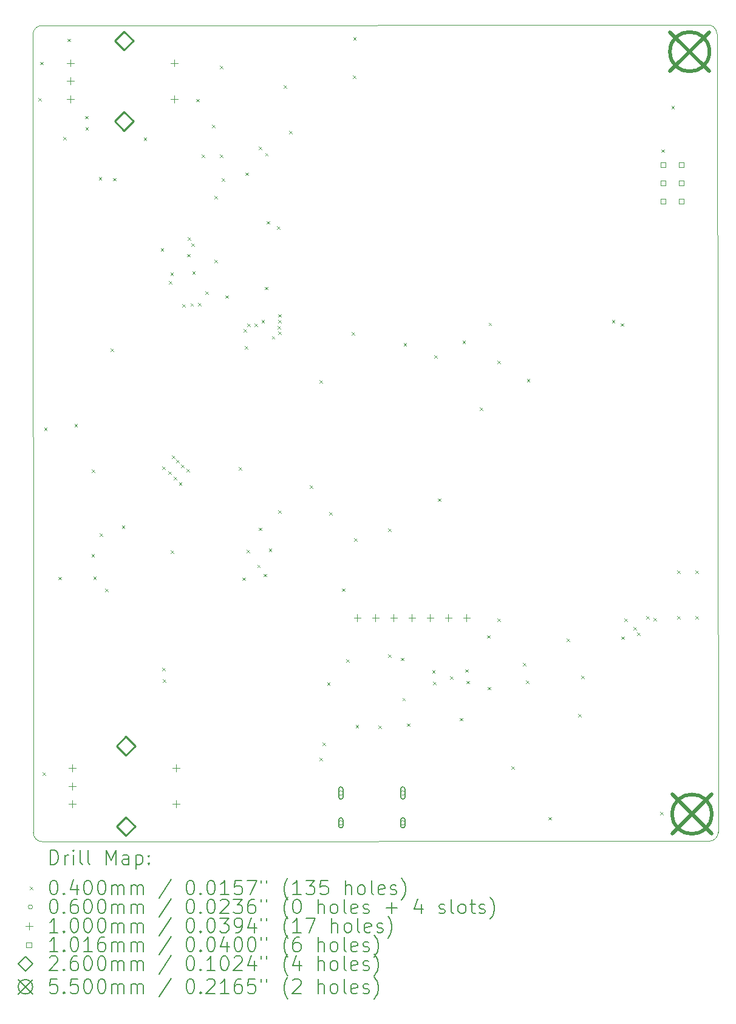
<source format=gbr>
%TF.GenerationSoftware,KiCad,Pcbnew,7.0.1*%
%TF.CreationDate,2023-12-14T09:52:10-06:00*%
%TF.ProjectId,ProjectNeoRogue,50726f6a-6563-4744-9e65-6f526f677565,v1*%
%TF.SameCoordinates,Original*%
%TF.FileFunction,Drillmap*%
%TF.FilePolarity,Positive*%
%FSLAX45Y45*%
G04 Gerber Fmt 4.5, Leading zero omitted, Abs format (unit mm)*
G04 Created by KiCad (PCBNEW 7.0.1) date 2023-12-14 09:52:10*
%MOMM*%
%LPD*%
G01*
G04 APERTURE LIST*
%ADD10C,0.100000*%
%ADD11C,0.200000*%
%ADD12C,0.040000*%
%ADD13C,0.060000*%
%ADD14C,0.101600*%
%ADD15C,0.260000*%
%ADD16C,0.550000*%
G04 APERTURE END LIST*
D10*
X12406000Y-4587000D02*
G75*
G03*
X12281000Y-4712000I0J-125000D01*
G01*
X21691612Y-4577388D02*
X12406000Y-4587000D01*
X12286000Y-15825000D02*
G75*
G03*
X12411000Y-15950000I125000J0D01*
G01*
X12281000Y-4712000D02*
X12286000Y-15825000D01*
X21816612Y-4702388D02*
G75*
G03*
X21691612Y-4577388I-125002J-2D01*
G01*
X12411000Y-15950000D02*
X21709612Y-15943612D01*
X21709612Y-15943612D02*
G75*
G03*
X21834612Y-15818612I-2J125002D01*
G01*
X21834612Y-15818612D02*
X21816612Y-4702388D01*
D11*
D12*
X12358000Y-5594000D02*
X12398000Y-5634000D01*
X12398000Y-5594000D02*
X12358000Y-5634000D01*
X12379000Y-5091000D02*
X12419000Y-5131000D01*
X12419000Y-5091000D02*
X12379000Y-5131000D01*
X12418000Y-14984000D02*
X12458000Y-15024000D01*
X12458000Y-14984000D02*
X12418000Y-15024000D01*
X12436050Y-10183000D02*
X12476050Y-10223000D01*
X12476050Y-10183000D02*
X12436050Y-10223000D01*
X12634000Y-12264000D02*
X12674000Y-12304000D01*
X12674000Y-12264000D02*
X12634000Y-12304000D01*
X12703000Y-6136000D02*
X12743000Y-6176000D01*
X12743000Y-6136000D02*
X12703000Y-6176000D01*
X12765000Y-4770000D02*
X12805000Y-4810000D01*
X12805000Y-4770000D02*
X12765000Y-4810000D01*
X12861000Y-10135000D02*
X12901000Y-10175000D01*
X12901000Y-10135000D02*
X12861000Y-10175000D01*
X13009000Y-5845000D02*
X13049000Y-5885000D01*
X13049000Y-5845000D02*
X13009000Y-5885000D01*
X13013000Y-6002000D02*
X13053000Y-6042000D01*
X13053000Y-6002000D02*
X13013000Y-6042000D01*
X13096000Y-11947000D02*
X13136000Y-11987000D01*
X13136000Y-11947000D02*
X13096000Y-11987000D01*
X13099000Y-10770000D02*
X13139000Y-10810000D01*
X13139000Y-10770000D02*
X13099000Y-10810000D01*
X13123000Y-12256000D02*
X13163000Y-12296000D01*
X13163000Y-12256000D02*
X13123000Y-12296000D01*
X13197500Y-6694500D02*
X13237500Y-6734500D01*
X13237500Y-6694500D02*
X13197500Y-6734500D01*
X13209757Y-11655240D02*
X13249757Y-11695240D01*
X13249757Y-11655240D02*
X13209757Y-11695240D01*
X13284950Y-12426000D02*
X13324950Y-12466000D01*
X13324950Y-12426000D02*
X13284950Y-12466000D01*
X13366000Y-9081000D02*
X13406000Y-9121000D01*
X13406000Y-9081000D02*
X13366000Y-9121000D01*
X13398000Y-6710000D02*
X13438000Y-6750000D01*
X13438000Y-6710000D02*
X13398000Y-6750000D01*
X13521000Y-11550000D02*
X13561000Y-11590000D01*
X13561000Y-11550000D02*
X13521000Y-11590000D01*
X13826000Y-6146000D02*
X13866000Y-6186000D01*
X13866000Y-6146000D02*
X13826000Y-6186000D01*
X14062000Y-7686000D02*
X14102000Y-7726000D01*
X14102000Y-7686000D02*
X14062000Y-7726000D01*
X14084000Y-10725900D02*
X14124000Y-10765900D01*
X14124000Y-10725900D02*
X14084000Y-10765900D01*
X14084000Y-13528000D02*
X14124000Y-13568000D01*
X14124000Y-13528000D02*
X14084000Y-13568000D01*
X14093000Y-13691000D02*
X14133000Y-13731000D01*
X14133000Y-13691000D02*
X14093000Y-13731000D01*
X14166667Y-10792140D02*
X14206667Y-10832140D01*
X14206667Y-10792140D02*
X14166667Y-10832140D01*
X14174798Y-8145090D02*
X14214798Y-8185090D01*
X14214798Y-8145090D02*
X14174798Y-8185090D01*
X14197000Y-8024000D02*
X14237000Y-8064000D01*
X14237000Y-8024000D02*
X14197000Y-8064000D01*
X14204000Y-11892600D02*
X14244000Y-11932600D01*
X14244000Y-11892600D02*
X14204000Y-11932600D01*
X14218858Y-10576140D02*
X14258858Y-10616140D01*
X14258858Y-10576140D02*
X14218858Y-10616140D01*
X14245000Y-10870000D02*
X14285000Y-10910000D01*
X14285000Y-10870000D02*
X14245000Y-10910000D01*
X14275359Y-10632641D02*
X14315359Y-10672641D01*
X14315359Y-10632641D02*
X14275359Y-10672641D01*
X14317000Y-10947000D02*
X14357000Y-10987000D01*
X14357000Y-10947000D02*
X14317000Y-10987000D01*
X14344359Y-10701641D02*
X14384359Y-10741641D01*
X14384359Y-10701641D02*
X14344359Y-10741641D01*
X14363050Y-8466816D02*
X14403050Y-8506816D01*
X14403050Y-8466816D02*
X14363050Y-8506816D01*
X14419685Y-10759447D02*
X14459685Y-10799447D01*
X14459685Y-10759447D02*
X14419685Y-10799447D01*
X14430050Y-7766545D02*
X14470050Y-7806545D01*
X14470050Y-7766545D02*
X14430050Y-7806545D01*
X14436050Y-7532277D02*
X14476050Y-7572277D01*
X14476050Y-7532277D02*
X14436050Y-7572277D01*
X14478000Y-8454000D02*
X14518000Y-8494000D01*
X14518000Y-8454000D02*
X14478000Y-8494000D01*
X14488550Y-7620000D02*
X14528550Y-7660000D01*
X14528550Y-7620000D02*
X14488550Y-7660000D01*
X14502950Y-8009538D02*
X14542950Y-8049538D01*
X14542950Y-8009538D02*
X14502950Y-8049538D01*
X14558000Y-5609000D02*
X14598000Y-5649000D01*
X14598000Y-5609000D02*
X14558000Y-5649000D01*
X14585436Y-8451000D02*
X14625436Y-8491000D01*
X14625436Y-8451000D02*
X14585436Y-8491000D01*
X14635800Y-6380800D02*
X14675800Y-6420800D01*
X14675800Y-6380800D02*
X14635800Y-6420800D01*
X14686600Y-8285800D02*
X14726600Y-8325800D01*
X14726600Y-8285800D02*
X14686600Y-8325800D01*
X14780000Y-5969000D02*
X14820000Y-6009000D01*
X14820000Y-5969000D02*
X14780000Y-6009000D01*
X14811000Y-6960000D02*
X14851000Y-7000000D01*
X14851000Y-6960000D02*
X14811000Y-7000000D01*
X14814000Y-7847000D02*
X14854000Y-7887000D01*
X14854000Y-7847000D02*
X14814000Y-7887000D01*
X14887000Y-5146000D02*
X14927000Y-5186000D01*
X14927000Y-5146000D02*
X14887000Y-5186000D01*
X14889800Y-6380800D02*
X14929800Y-6420800D01*
X14929800Y-6380800D02*
X14889800Y-6420800D01*
X14915200Y-6711000D02*
X14955200Y-6751000D01*
X14955200Y-6711000D02*
X14915200Y-6751000D01*
X14963000Y-8342000D02*
X15003000Y-8382000D01*
X15003000Y-8342000D02*
X14963000Y-8382000D01*
X15151000Y-10732000D02*
X15191000Y-10772000D01*
X15191000Y-10732000D02*
X15151000Y-10772000D01*
X15201000Y-12271000D02*
X15241000Y-12311000D01*
X15241000Y-12271000D02*
X15201000Y-12311000D01*
X15220000Y-8816000D02*
X15260000Y-8856000D01*
X15260000Y-8816000D02*
X15220000Y-8856000D01*
X15234000Y-9051450D02*
X15274000Y-9091450D01*
X15274000Y-9051450D02*
X15234000Y-9091450D01*
X15245947Y-6633053D02*
X15285947Y-6673053D01*
X15285947Y-6633053D02*
X15245947Y-6673053D01*
X15263000Y-11886000D02*
X15303000Y-11926000D01*
X15303000Y-11886000D02*
X15263000Y-11926000D01*
X15269462Y-8734951D02*
X15309462Y-8774951D01*
X15309462Y-8734951D02*
X15269462Y-8774951D01*
X15372400Y-8733940D02*
X15412400Y-8773940D01*
X15412400Y-8733940D02*
X15372400Y-8773940D01*
X15407943Y-12093942D02*
X15447943Y-12133942D01*
X15447943Y-12093942D02*
X15407943Y-12133942D01*
X15427000Y-11578000D02*
X15467000Y-11618000D01*
X15467000Y-11578000D02*
X15427000Y-11618000D01*
X15430200Y-6272200D02*
X15470200Y-6312200D01*
X15470200Y-6272200D02*
X15430200Y-6312200D01*
X15466686Y-8688940D02*
X15506686Y-8728940D01*
X15506686Y-8688940D02*
X15466686Y-8728940D01*
X15498000Y-12221000D02*
X15538000Y-12261000D01*
X15538000Y-12221000D02*
X15498000Y-12261000D01*
X15515000Y-8224000D02*
X15555000Y-8264000D01*
X15555000Y-8224000D02*
X15515000Y-8264000D01*
X15518000Y-6361000D02*
X15558000Y-6401000D01*
X15558000Y-6361000D02*
X15518000Y-6401000D01*
X15542050Y-7311050D02*
X15582050Y-7351050D01*
X15582050Y-7311050D02*
X15542050Y-7351050D01*
X15570000Y-11868000D02*
X15610000Y-11908000D01*
X15610000Y-11868000D02*
X15570000Y-11908000D01*
X15612000Y-8911340D02*
X15652000Y-8951340D01*
X15652000Y-8911340D02*
X15612000Y-8951340D01*
X15681950Y-7381000D02*
X15721950Y-7421000D01*
X15721950Y-7381000D02*
X15681950Y-7421000D01*
X15695000Y-8769000D02*
X15735000Y-8809000D01*
X15735000Y-8769000D02*
X15695000Y-8809000D01*
X15698113Y-8848890D02*
X15738113Y-8888890D01*
X15738113Y-8848890D02*
X15698113Y-8888890D01*
X15699000Y-8606000D02*
X15739000Y-8646000D01*
X15739000Y-8606000D02*
X15699000Y-8646000D01*
X15699000Y-8686000D02*
X15739000Y-8726000D01*
X15739000Y-8686000D02*
X15699000Y-8726000D01*
X15703000Y-11335000D02*
X15743000Y-11375000D01*
X15743000Y-11335000D02*
X15703000Y-11375000D01*
X15778800Y-5415600D02*
X15818800Y-5455600D01*
X15818800Y-5415600D02*
X15778800Y-5455600D01*
X15855000Y-6050600D02*
X15895000Y-6090600D01*
X15895000Y-6050600D02*
X15855000Y-6090600D01*
X16140000Y-10989000D02*
X16180000Y-11029000D01*
X16180000Y-10989000D02*
X16140000Y-11029000D01*
X16277000Y-14783000D02*
X16317000Y-14823000D01*
X16317000Y-14783000D02*
X16277000Y-14823000D01*
X16278000Y-9526000D02*
X16318000Y-9566000D01*
X16318000Y-9526000D02*
X16278000Y-9566000D01*
X16317000Y-14572000D02*
X16357000Y-14612000D01*
X16357000Y-14572000D02*
X16317000Y-14612000D01*
X16381000Y-13733000D02*
X16421000Y-13773000D01*
X16421000Y-13733000D02*
X16381000Y-13773000D01*
X16413800Y-11359200D02*
X16453800Y-11399200D01*
X16453800Y-11359200D02*
X16413800Y-11399200D01*
X16588000Y-12425000D02*
X16628000Y-12465000D01*
X16628000Y-12425000D02*
X16588000Y-12465000D01*
X16648000Y-13413000D02*
X16688000Y-13453000D01*
X16688000Y-13413000D02*
X16648000Y-13453000D01*
X16725000Y-8855950D02*
X16765000Y-8895950D01*
X16765000Y-8855950D02*
X16725000Y-8895950D01*
X16743000Y-5284000D02*
X16783000Y-5324000D01*
X16783000Y-5284000D02*
X16743000Y-5324000D01*
X16745000Y-4747000D02*
X16785000Y-4787000D01*
X16785000Y-4747000D02*
X16745000Y-4787000D01*
X16756000Y-11723000D02*
X16796000Y-11763000D01*
X16796000Y-11723000D02*
X16756000Y-11763000D01*
X16780000Y-14323000D02*
X16820000Y-14363000D01*
X16820000Y-14323000D02*
X16780000Y-14363000D01*
X17095000Y-14335000D02*
X17135000Y-14375000D01*
X17135000Y-14335000D02*
X17095000Y-14375000D01*
X17234000Y-13341000D02*
X17274000Y-13381000D01*
X17274000Y-13341000D02*
X17234000Y-13381000D01*
X17235000Y-11591000D02*
X17275000Y-11631000D01*
X17275000Y-11591000D02*
X17235000Y-11631000D01*
X17411590Y-13388411D02*
X17451590Y-13428411D01*
X17451590Y-13388411D02*
X17411590Y-13428411D01*
X17431000Y-13947000D02*
X17471000Y-13987000D01*
X17471000Y-13947000D02*
X17431000Y-13987000D01*
X17447778Y-9010000D02*
X17487778Y-9050000D01*
X17487778Y-9010000D02*
X17447778Y-9050000D01*
X17497000Y-14304000D02*
X17537000Y-14344000D01*
X17537000Y-14304000D02*
X17497000Y-14344000D01*
X17846000Y-13565000D02*
X17886000Y-13605000D01*
X17886000Y-13565000D02*
X17846000Y-13605000D01*
X17857000Y-13725000D02*
X17897000Y-13765000D01*
X17897000Y-13725000D02*
X17857000Y-13765000D01*
X17877000Y-9177000D02*
X17917000Y-9217000D01*
X17917000Y-9177000D02*
X17877000Y-9217000D01*
X17930000Y-11171000D02*
X17970000Y-11211000D01*
X17970000Y-11171000D02*
X17930000Y-11211000D01*
X18097660Y-13649080D02*
X18137660Y-13689080D01*
X18137660Y-13649080D02*
X18097660Y-13689080D01*
X18232000Y-14228200D02*
X18272000Y-14268200D01*
X18272000Y-14228200D02*
X18232000Y-14268200D01*
X18270038Y-8971038D02*
X18310038Y-9011038D01*
X18310038Y-8971038D02*
X18270038Y-9011038D01*
X18310000Y-13551000D02*
X18350000Y-13591000D01*
X18350000Y-13551000D02*
X18310000Y-13591000D01*
X18328000Y-13710000D02*
X18368000Y-13750000D01*
X18368000Y-13710000D02*
X18328000Y-13750000D01*
X18514000Y-9904000D02*
X18554000Y-9944000D01*
X18554000Y-9904000D02*
X18514000Y-9944000D01*
X18613000Y-13076000D02*
X18653000Y-13116000D01*
X18653000Y-13076000D02*
X18613000Y-13116000D01*
X18620900Y-13796400D02*
X18660900Y-13836400D01*
X18660900Y-13796400D02*
X18620900Y-13836400D01*
X18633962Y-8725038D02*
X18673962Y-8765038D01*
X18673962Y-8725038D02*
X18633962Y-8765038D01*
X18757000Y-9255000D02*
X18797000Y-9295000D01*
X18797000Y-9255000D02*
X18757000Y-9295000D01*
X18758000Y-12842000D02*
X18798000Y-12882000D01*
X18798000Y-12842000D02*
X18758000Y-12882000D01*
X18951000Y-14903000D02*
X18991000Y-14943000D01*
X18991000Y-14903000D02*
X18951000Y-14943000D01*
X19110000Y-13458500D02*
X19150000Y-13498500D01*
X19150000Y-13458500D02*
X19110000Y-13498500D01*
X19157000Y-13708700D02*
X19197000Y-13748700D01*
X19197000Y-13708700D02*
X19157000Y-13748700D01*
X19168000Y-9510000D02*
X19208000Y-9550000D01*
X19208000Y-9510000D02*
X19168000Y-9550000D01*
X19469000Y-15608000D02*
X19509000Y-15648000D01*
X19509000Y-15608000D02*
X19469000Y-15648000D01*
X19721000Y-13124000D02*
X19761000Y-13164000D01*
X19761000Y-13124000D02*
X19721000Y-13164000D01*
X19881000Y-14174000D02*
X19921000Y-14214000D01*
X19921000Y-14174000D02*
X19881000Y-14214000D01*
X19923000Y-13637000D02*
X19963000Y-13677000D01*
X19963000Y-13637000D02*
X19923000Y-13677000D01*
X20352000Y-8686000D02*
X20392000Y-8726000D01*
X20392000Y-8686000D02*
X20352000Y-8726000D01*
X20474000Y-8732000D02*
X20514000Y-8772000D01*
X20514000Y-8732000D02*
X20474000Y-8772000D01*
X20484000Y-13093000D02*
X20524000Y-13133000D01*
X20524000Y-13093000D02*
X20484000Y-13133000D01*
X20526000Y-12842000D02*
X20566000Y-12882000D01*
X20566000Y-12842000D02*
X20526000Y-12882000D01*
X20655600Y-12959400D02*
X20695600Y-12999400D01*
X20695600Y-12959400D02*
X20655600Y-12999400D01*
X20706400Y-13035600D02*
X20746400Y-13075600D01*
X20746400Y-13035600D02*
X20706400Y-13075600D01*
X20833400Y-12807000D02*
X20873400Y-12847000D01*
X20873400Y-12807000D02*
X20833400Y-12847000D01*
X20935000Y-12832400D02*
X20975000Y-12872400D01*
X20975000Y-12832400D02*
X20935000Y-12872400D01*
X21027000Y-15536000D02*
X21067000Y-15576000D01*
X21067000Y-15536000D02*
X21027000Y-15576000D01*
X21046000Y-6310000D02*
X21086000Y-6350000D01*
X21086000Y-6310000D02*
X21046000Y-6350000D01*
X21183000Y-5706000D02*
X21223000Y-5746000D01*
X21223000Y-5706000D02*
X21183000Y-5746000D01*
X21265200Y-12172000D02*
X21305200Y-12212000D01*
X21305200Y-12172000D02*
X21265200Y-12212000D01*
X21265200Y-12807000D02*
X21305200Y-12847000D01*
X21305200Y-12807000D02*
X21265200Y-12847000D01*
X21519200Y-12172000D02*
X21559200Y-12212000D01*
X21559200Y-12172000D02*
X21519200Y-12212000D01*
X21519200Y-12807000D02*
X21559200Y-12847000D01*
X21559200Y-12807000D02*
X21519200Y-12847000D01*
D13*
X16604000Y-15273000D02*
G75*
G03*
X16604000Y-15273000I-30000J0D01*
G01*
D11*
X16604000Y-15328000D02*
X16604000Y-15218000D01*
X16604000Y-15218000D02*
G75*
G03*
X16544000Y-15218000I-30000J0D01*
G01*
X16544000Y-15218000D02*
X16544000Y-15328000D01*
X16544000Y-15328000D02*
G75*
G03*
X16604000Y-15328000I30000J0D01*
G01*
D13*
X16604000Y-15688000D02*
G75*
G03*
X16604000Y-15688000I-30000J0D01*
G01*
D11*
X16604000Y-15728000D02*
X16604000Y-15648000D01*
X16604000Y-15648000D02*
G75*
G03*
X16544000Y-15648000I-30000J0D01*
G01*
X16544000Y-15648000D02*
X16544000Y-15728000D01*
X16544000Y-15728000D02*
G75*
G03*
X16604000Y-15728000I30000J0D01*
G01*
D13*
X17468000Y-15273000D02*
G75*
G03*
X17468000Y-15273000I-30000J0D01*
G01*
D11*
X17468000Y-15328000D02*
X17468000Y-15218000D01*
X17468000Y-15218000D02*
G75*
G03*
X17408000Y-15218000I-30000J0D01*
G01*
X17408000Y-15218000D02*
X17408000Y-15328000D01*
X17408000Y-15328000D02*
G75*
G03*
X17468000Y-15328000I30000J0D01*
G01*
D13*
X17468000Y-15688000D02*
G75*
G03*
X17468000Y-15688000I-30000J0D01*
G01*
D11*
X17468000Y-15728000D02*
X17468000Y-15648000D01*
X17468000Y-15648000D02*
G75*
G03*
X17408000Y-15648000I-30000J0D01*
G01*
X17408000Y-15648000D02*
X17408000Y-15728000D01*
X17408000Y-15728000D02*
G75*
G03*
X17468000Y-15728000I30000J0D01*
G01*
D10*
X12802000Y-5058000D02*
X12802000Y-5158000D01*
X12752000Y-5108000D02*
X12852000Y-5108000D01*
X12802000Y-5308000D02*
X12802000Y-5408000D01*
X12752000Y-5358000D02*
X12852000Y-5358000D01*
X12802000Y-5558000D02*
X12802000Y-5658000D01*
X12752000Y-5608000D02*
X12852000Y-5608000D01*
X12827000Y-14877000D02*
X12827000Y-14977000D01*
X12777000Y-14927000D02*
X12877000Y-14927000D01*
X12827000Y-15127000D02*
X12827000Y-15227000D01*
X12777000Y-15177000D02*
X12877000Y-15177000D01*
X12827000Y-15377000D02*
X12827000Y-15477000D01*
X12777000Y-15427000D02*
X12877000Y-15427000D01*
X14252000Y-5058000D02*
X14252000Y-5158000D01*
X14202000Y-5108000D02*
X14302000Y-5108000D01*
X14252000Y-5558000D02*
X14252000Y-5658000D01*
X14202000Y-5608000D02*
X14302000Y-5608000D01*
X14277000Y-14877000D02*
X14277000Y-14977000D01*
X14227000Y-14927000D02*
X14327000Y-14927000D01*
X14277000Y-15377000D02*
X14277000Y-15477000D01*
X14227000Y-15427000D02*
X14327000Y-15427000D01*
X16804000Y-12784000D02*
X16804000Y-12884000D01*
X16754000Y-12834000D02*
X16854000Y-12834000D01*
X17058000Y-12784000D02*
X17058000Y-12884000D01*
X17008000Y-12834000D02*
X17108000Y-12834000D01*
X17312000Y-12784000D02*
X17312000Y-12884000D01*
X17262000Y-12834000D02*
X17362000Y-12834000D01*
X17566000Y-12784000D02*
X17566000Y-12884000D01*
X17516000Y-12834000D02*
X17616000Y-12834000D01*
X17820000Y-12784000D02*
X17820000Y-12884000D01*
X17770000Y-12834000D02*
X17870000Y-12834000D01*
X18074000Y-12784000D02*
X18074000Y-12884000D01*
X18024000Y-12834000D02*
X18124000Y-12834000D01*
X18328000Y-12784000D02*
X18328000Y-12884000D01*
X18278000Y-12834000D02*
X18378000Y-12834000D01*
D14*
X21103921Y-6560921D02*
X21103921Y-6489079D01*
X21032079Y-6489079D01*
X21032079Y-6560921D01*
X21103921Y-6560921D01*
X21103921Y-6814921D02*
X21103921Y-6743079D01*
X21032079Y-6743079D01*
X21032079Y-6814921D01*
X21103921Y-6814921D01*
X21103921Y-7068921D02*
X21103921Y-6997079D01*
X21032079Y-6997079D01*
X21032079Y-7068921D01*
X21103921Y-7068921D01*
X21357921Y-6560921D02*
X21357921Y-6489079D01*
X21286079Y-6489079D01*
X21286079Y-6560921D01*
X21357921Y-6560921D01*
X21357921Y-6814921D02*
X21357921Y-6743079D01*
X21286079Y-6743079D01*
X21286079Y-6814921D01*
X21357921Y-6814921D01*
X21357921Y-7068921D02*
X21357921Y-6997079D01*
X21286079Y-6997079D01*
X21286079Y-7068921D01*
X21357921Y-7068921D01*
D15*
X13552000Y-4928000D02*
X13682000Y-4798000D01*
X13552000Y-4668000D01*
X13422000Y-4798000D01*
X13552000Y-4928000D01*
X13552000Y-6048000D02*
X13682000Y-5918000D01*
X13552000Y-5788000D01*
X13422000Y-5918000D01*
X13552000Y-6048000D01*
X13577000Y-14747000D02*
X13707000Y-14617000D01*
X13577000Y-14487000D01*
X13447000Y-14617000D01*
X13577000Y-14747000D01*
X13577000Y-15867000D02*
X13707000Y-15737000D01*
X13577000Y-15607000D01*
X13447000Y-15737000D01*
X13577000Y-15867000D01*
D16*
X21162000Y-4676000D02*
X21712000Y-5226000D01*
X21712000Y-4676000D02*
X21162000Y-5226000D01*
X21712000Y-4951000D02*
G75*
G03*
X21712000Y-4951000I-275000J0D01*
G01*
X21194000Y-15292000D02*
X21744000Y-15842000D01*
X21744000Y-15292000D02*
X21194000Y-15842000D01*
X21744000Y-15567000D02*
G75*
G03*
X21744000Y-15567000I-275000J0D01*
G01*
D11*
X12523619Y-16267524D02*
X12523619Y-16067524D01*
X12523619Y-16067524D02*
X12571238Y-16067524D01*
X12571238Y-16067524D02*
X12599809Y-16077048D01*
X12599809Y-16077048D02*
X12618857Y-16096095D01*
X12618857Y-16096095D02*
X12628381Y-16115143D01*
X12628381Y-16115143D02*
X12637905Y-16153238D01*
X12637905Y-16153238D02*
X12637905Y-16181809D01*
X12637905Y-16181809D02*
X12628381Y-16219905D01*
X12628381Y-16219905D02*
X12618857Y-16238952D01*
X12618857Y-16238952D02*
X12599809Y-16258000D01*
X12599809Y-16258000D02*
X12571238Y-16267524D01*
X12571238Y-16267524D02*
X12523619Y-16267524D01*
X12723619Y-16267524D02*
X12723619Y-16134190D01*
X12723619Y-16172286D02*
X12733143Y-16153238D01*
X12733143Y-16153238D02*
X12742667Y-16143714D01*
X12742667Y-16143714D02*
X12761714Y-16134190D01*
X12761714Y-16134190D02*
X12780762Y-16134190D01*
X12847428Y-16267524D02*
X12847428Y-16134190D01*
X12847428Y-16067524D02*
X12837905Y-16077048D01*
X12837905Y-16077048D02*
X12847428Y-16086571D01*
X12847428Y-16086571D02*
X12856952Y-16077048D01*
X12856952Y-16077048D02*
X12847428Y-16067524D01*
X12847428Y-16067524D02*
X12847428Y-16086571D01*
X12971238Y-16267524D02*
X12952190Y-16258000D01*
X12952190Y-16258000D02*
X12942667Y-16238952D01*
X12942667Y-16238952D02*
X12942667Y-16067524D01*
X13076000Y-16267524D02*
X13056952Y-16258000D01*
X13056952Y-16258000D02*
X13047428Y-16238952D01*
X13047428Y-16238952D02*
X13047428Y-16067524D01*
X13304571Y-16267524D02*
X13304571Y-16067524D01*
X13304571Y-16067524D02*
X13371238Y-16210381D01*
X13371238Y-16210381D02*
X13437905Y-16067524D01*
X13437905Y-16067524D02*
X13437905Y-16267524D01*
X13618857Y-16267524D02*
X13618857Y-16162762D01*
X13618857Y-16162762D02*
X13609333Y-16143714D01*
X13609333Y-16143714D02*
X13590286Y-16134190D01*
X13590286Y-16134190D02*
X13552190Y-16134190D01*
X13552190Y-16134190D02*
X13533143Y-16143714D01*
X13618857Y-16258000D02*
X13599809Y-16267524D01*
X13599809Y-16267524D02*
X13552190Y-16267524D01*
X13552190Y-16267524D02*
X13533143Y-16258000D01*
X13533143Y-16258000D02*
X13523619Y-16238952D01*
X13523619Y-16238952D02*
X13523619Y-16219905D01*
X13523619Y-16219905D02*
X13533143Y-16200857D01*
X13533143Y-16200857D02*
X13552190Y-16191333D01*
X13552190Y-16191333D02*
X13599809Y-16191333D01*
X13599809Y-16191333D02*
X13618857Y-16181809D01*
X13714095Y-16134190D02*
X13714095Y-16334190D01*
X13714095Y-16143714D02*
X13733143Y-16134190D01*
X13733143Y-16134190D02*
X13771238Y-16134190D01*
X13771238Y-16134190D02*
X13790286Y-16143714D01*
X13790286Y-16143714D02*
X13799809Y-16153238D01*
X13799809Y-16153238D02*
X13809333Y-16172286D01*
X13809333Y-16172286D02*
X13809333Y-16229428D01*
X13809333Y-16229428D02*
X13799809Y-16248476D01*
X13799809Y-16248476D02*
X13790286Y-16258000D01*
X13790286Y-16258000D02*
X13771238Y-16267524D01*
X13771238Y-16267524D02*
X13733143Y-16267524D01*
X13733143Y-16267524D02*
X13714095Y-16258000D01*
X13895048Y-16248476D02*
X13904571Y-16258000D01*
X13904571Y-16258000D02*
X13895048Y-16267524D01*
X13895048Y-16267524D02*
X13885524Y-16258000D01*
X13885524Y-16258000D02*
X13895048Y-16248476D01*
X13895048Y-16248476D02*
X13895048Y-16267524D01*
X13895048Y-16143714D02*
X13904571Y-16153238D01*
X13904571Y-16153238D02*
X13895048Y-16162762D01*
X13895048Y-16162762D02*
X13885524Y-16153238D01*
X13885524Y-16153238D02*
X13895048Y-16143714D01*
X13895048Y-16143714D02*
X13895048Y-16162762D01*
D12*
X12236000Y-16575000D02*
X12276000Y-16615000D01*
X12276000Y-16575000D02*
X12236000Y-16615000D01*
D11*
X12561714Y-16487524D02*
X12580762Y-16487524D01*
X12580762Y-16487524D02*
X12599809Y-16497048D01*
X12599809Y-16497048D02*
X12609333Y-16506571D01*
X12609333Y-16506571D02*
X12618857Y-16525619D01*
X12618857Y-16525619D02*
X12628381Y-16563714D01*
X12628381Y-16563714D02*
X12628381Y-16611333D01*
X12628381Y-16611333D02*
X12618857Y-16649428D01*
X12618857Y-16649428D02*
X12609333Y-16668476D01*
X12609333Y-16668476D02*
X12599809Y-16678000D01*
X12599809Y-16678000D02*
X12580762Y-16687524D01*
X12580762Y-16687524D02*
X12561714Y-16687524D01*
X12561714Y-16687524D02*
X12542667Y-16678000D01*
X12542667Y-16678000D02*
X12533143Y-16668476D01*
X12533143Y-16668476D02*
X12523619Y-16649428D01*
X12523619Y-16649428D02*
X12514095Y-16611333D01*
X12514095Y-16611333D02*
X12514095Y-16563714D01*
X12514095Y-16563714D02*
X12523619Y-16525619D01*
X12523619Y-16525619D02*
X12533143Y-16506571D01*
X12533143Y-16506571D02*
X12542667Y-16497048D01*
X12542667Y-16497048D02*
X12561714Y-16487524D01*
X12714095Y-16668476D02*
X12723619Y-16678000D01*
X12723619Y-16678000D02*
X12714095Y-16687524D01*
X12714095Y-16687524D02*
X12704571Y-16678000D01*
X12704571Y-16678000D02*
X12714095Y-16668476D01*
X12714095Y-16668476D02*
X12714095Y-16687524D01*
X12895048Y-16554190D02*
X12895048Y-16687524D01*
X12847428Y-16478000D02*
X12799809Y-16620857D01*
X12799809Y-16620857D02*
X12923619Y-16620857D01*
X13037905Y-16487524D02*
X13056952Y-16487524D01*
X13056952Y-16487524D02*
X13076000Y-16497048D01*
X13076000Y-16497048D02*
X13085524Y-16506571D01*
X13085524Y-16506571D02*
X13095048Y-16525619D01*
X13095048Y-16525619D02*
X13104571Y-16563714D01*
X13104571Y-16563714D02*
X13104571Y-16611333D01*
X13104571Y-16611333D02*
X13095048Y-16649428D01*
X13095048Y-16649428D02*
X13085524Y-16668476D01*
X13085524Y-16668476D02*
X13076000Y-16678000D01*
X13076000Y-16678000D02*
X13056952Y-16687524D01*
X13056952Y-16687524D02*
X13037905Y-16687524D01*
X13037905Y-16687524D02*
X13018857Y-16678000D01*
X13018857Y-16678000D02*
X13009333Y-16668476D01*
X13009333Y-16668476D02*
X12999809Y-16649428D01*
X12999809Y-16649428D02*
X12990286Y-16611333D01*
X12990286Y-16611333D02*
X12990286Y-16563714D01*
X12990286Y-16563714D02*
X12999809Y-16525619D01*
X12999809Y-16525619D02*
X13009333Y-16506571D01*
X13009333Y-16506571D02*
X13018857Y-16497048D01*
X13018857Y-16497048D02*
X13037905Y-16487524D01*
X13228381Y-16487524D02*
X13247429Y-16487524D01*
X13247429Y-16487524D02*
X13266476Y-16497048D01*
X13266476Y-16497048D02*
X13276000Y-16506571D01*
X13276000Y-16506571D02*
X13285524Y-16525619D01*
X13285524Y-16525619D02*
X13295048Y-16563714D01*
X13295048Y-16563714D02*
X13295048Y-16611333D01*
X13295048Y-16611333D02*
X13285524Y-16649428D01*
X13285524Y-16649428D02*
X13276000Y-16668476D01*
X13276000Y-16668476D02*
X13266476Y-16678000D01*
X13266476Y-16678000D02*
X13247429Y-16687524D01*
X13247429Y-16687524D02*
X13228381Y-16687524D01*
X13228381Y-16687524D02*
X13209333Y-16678000D01*
X13209333Y-16678000D02*
X13199809Y-16668476D01*
X13199809Y-16668476D02*
X13190286Y-16649428D01*
X13190286Y-16649428D02*
X13180762Y-16611333D01*
X13180762Y-16611333D02*
X13180762Y-16563714D01*
X13180762Y-16563714D02*
X13190286Y-16525619D01*
X13190286Y-16525619D02*
X13199809Y-16506571D01*
X13199809Y-16506571D02*
X13209333Y-16497048D01*
X13209333Y-16497048D02*
X13228381Y-16487524D01*
X13380762Y-16687524D02*
X13380762Y-16554190D01*
X13380762Y-16573238D02*
X13390286Y-16563714D01*
X13390286Y-16563714D02*
X13409333Y-16554190D01*
X13409333Y-16554190D02*
X13437905Y-16554190D01*
X13437905Y-16554190D02*
X13456952Y-16563714D01*
X13456952Y-16563714D02*
X13466476Y-16582762D01*
X13466476Y-16582762D02*
X13466476Y-16687524D01*
X13466476Y-16582762D02*
X13476000Y-16563714D01*
X13476000Y-16563714D02*
X13495048Y-16554190D01*
X13495048Y-16554190D02*
X13523619Y-16554190D01*
X13523619Y-16554190D02*
X13542667Y-16563714D01*
X13542667Y-16563714D02*
X13552190Y-16582762D01*
X13552190Y-16582762D02*
X13552190Y-16687524D01*
X13647429Y-16687524D02*
X13647429Y-16554190D01*
X13647429Y-16573238D02*
X13656952Y-16563714D01*
X13656952Y-16563714D02*
X13676000Y-16554190D01*
X13676000Y-16554190D02*
X13704571Y-16554190D01*
X13704571Y-16554190D02*
X13723619Y-16563714D01*
X13723619Y-16563714D02*
X13733143Y-16582762D01*
X13733143Y-16582762D02*
X13733143Y-16687524D01*
X13733143Y-16582762D02*
X13742667Y-16563714D01*
X13742667Y-16563714D02*
X13761714Y-16554190D01*
X13761714Y-16554190D02*
X13790286Y-16554190D01*
X13790286Y-16554190D02*
X13809333Y-16563714D01*
X13809333Y-16563714D02*
X13818857Y-16582762D01*
X13818857Y-16582762D02*
X13818857Y-16687524D01*
X14209333Y-16478000D02*
X14037905Y-16735143D01*
X14466476Y-16487524D02*
X14485524Y-16487524D01*
X14485524Y-16487524D02*
X14504572Y-16497048D01*
X14504572Y-16497048D02*
X14514095Y-16506571D01*
X14514095Y-16506571D02*
X14523619Y-16525619D01*
X14523619Y-16525619D02*
X14533143Y-16563714D01*
X14533143Y-16563714D02*
X14533143Y-16611333D01*
X14533143Y-16611333D02*
X14523619Y-16649428D01*
X14523619Y-16649428D02*
X14514095Y-16668476D01*
X14514095Y-16668476D02*
X14504572Y-16678000D01*
X14504572Y-16678000D02*
X14485524Y-16687524D01*
X14485524Y-16687524D02*
X14466476Y-16687524D01*
X14466476Y-16687524D02*
X14447429Y-16678000D01*
X14447429Y-16678000D02*
X14437905Y-16668476D01*
X14437905Y-16668476D02*
X14428381Y-16649428D01*
X14428381Y-16649428D02*
X14418857Y-16611333D01*
X14418857Y-16611333D02*
X14418857Y-16563714D01*
X14418857Y-16563714D02*
X14428381Y-16525619D01*
X14428381Y-16525619D02*
X14437905Y-16506571D01*
X14437905Y-16506571D02*
X14447429Y-16497048D01*
X14447429Y-16497048D02*
X14466476Y-16487524D01*
X14618857Y-16668476D02*
X14628381Y-16678000D01*
X14628381Y-16678000D02*
X14618857Y-16687524D01*
X14618857Y-16687524D02*
X14609333Y-16678000D01*
X14609333Y-16678000D02*
X14618857Y-16668476D01*
X14618857Y-16668476D02*
X14618857Y-16687524D01*
X14752191Y-16487524D02*
X14771238Y-16487524D01*
X14771238Y-16487524D02*
X14790286Y-16497048D01*
X14790286Y-16497048D02*
X14799810Y-16506571D01*
X14799810Y-16506571D02*
X14809333Y-16525619D01*
X14809333Y-16525619D02*
X14818857Y-16563714D01*
X14818857Y-16563714D02*
X14818857Y-16611333D01*
X14818857Y-16611333D02*
X14809333Y-16649428D01*
X14809333Y-16649428D02*
X14799810Y-16668476D01*
X14799810Y-16668476D02*
X14790286Y-16678000D01*
X14790286Y-16678000D02*
X14771238Y-16687524D01*
X14771238Y-16687524D02*
X14752191Y-16687524D01*
X14752191Y-16687524D02*
X14733143Y-16678000D01*
X14733143Y-16678000D02*
X14723619Y-16668476D01*
X14723619Y-16668476D02*
X14714095Y-16649428D01*
X14714095Y-16649428D02*
X14704572Y-16611333D01*
X14704572Y-16611333D02*
X14704572Y-16563714D01*
X14704572Y-16563714D02*
X14714095Y-16525619D01*
X14714095Y-16525619D02*
X14723619Y-16506571D01*
X14723619Y-16506571D02*
X14733143Y-16497048D01*
X14733143Y-16497048D02*
X14752191Y-16487524D01*
X15009333Y-16687524D02*
X14895048Y-16687524D01*
X14952191Y-16687524D02*
X14952191Y-16487524D01*
X14952191Y-16487524D02*
X14933143Y-16516095D01*
X14933143Y-16516095D02*
X14914095Y-16535143D01*
X14914095Y-16535143D02*
X14895048Y-16544667D01*
X15190286Y-16487524D02*
X15095048Y-16487524D01*
X15095048Y-16487524D02*
X15085524Y-16582762D01*
X15085524Y-16582762D02*
X15095048Y-16573238D01*
X15095048Y-16573238D02*
X15114095Y-16563714D01*
X15114095Y-16563714D02*
X15161714Y-16563714D01*
X15161714Y-16563714D02*
X15180762Y-16573238D01*
X15180762Y-16573238D02*
X15190286Y-16582762D01*
X15190286Y-16582762D02*
X15199810Y-16601809D01*
X15199810Y-16601809D02*
X15199810Y-16649428D01*
X15199810Y-16649428D02*
X15190286Y-16668476D01*
X15190286Y-16668476D02*
X15180762Y-16678000D01*
X15180762Y-16678000D02*
X15161714Y-16687524D01*
X15161714Y-16687524D02*
X15114095Y-16687524D01*
X15114095Y-16687524D02*
X15095048Y-16678000D01*
X15095048Y-16678000D02*
X15085524Y-16668476D01*
X15266476Y-16487524D02*
X15399810Y-16487524D01*
X15399810Y-16487524D02*
X15314095Y-16687524D01*
X15466476Y-16487524D02*
X15466476Y-16525619D01*
X15542667Y-16487524D02*
X15542667Y-16525619D01*
X15837905Y-16763714D02*
X15828381Y-16754190D01*
X15828381Y-16754190D02*
X15809334Y-16725619D01*
X15809334Y-16725619D02*
X15799810Y-16706571D01*
X15799810Y-16706571D02*
X15790286Y-16678000D01*
X15790286Y-16678000D02*
X15780762Y-16630381D01*
X15780762Y-16630381D02*
X15780762Y-16592286D01*
X15780762Y-16592286D02*
X15790286Y-16544667D01*
X15790286Y-16544667D02*
X15799810Y-16516095D01*
X15799810Y-16516095D02*
X15809334Y-16497048D01*
X15809334Y-16497048D02*
X15828381Y-16468476D01*
X15828381Y-16468476D02*
X15837905Y-16458952D01*
X16018857Y-16687524D02*
X15904572Y-16687524D01*
X15961714Y-16687524D02*
X15961714Y-16487524D01*
X15961714Y-16487524D02*
X15942667Y-16516095D01*
X15942667Y-16516095D02*
X15923619Y-16535143D01*
X15923619Y-16535143D02*
X15904572Y-16544667D01*
X16085524Y-16487524D02*
X16209334Y-16487524D01*
X16209334Y-16487524D02*
X16142667Y-16563714D01*
X16142667Y-16563714D02*
X16171238Y-16563714D01*
X16171238Y-16563714D02*
X16190286Y-16573238D01*
X16190286Y-16573238D02*
X16199810Y-16582762D01*
X16199810Y-16582762D02*
X16209334Y-16601809D01*
X16209334Y-16601809D02*
X16209334Y-16649428D01*
X16209334Y-16649428D02*
X16199810Y-16668476D01*
X16199810Y-16668476D02*
X16190286Y-16678000D01*
X16190286Y-16678000D02*
X16171238Y-16687524D01*
X16171238Y-16687524D02*
X16114095Y-16687524D01*
X16114095Y-16687524D02*
X16095048Y-16678000D01*
X16095048Y-16678000D02*
X16085524Y-16668476D01*
X16390286Y-16487524D02*
X16295048Y-16487524D01*
X16295048Y-16487524D02*
X16285524Y-16582762D01*
X16285524Y-16582762D02*
X16295048Y-16573238D01*
X16295048Y-16573238D02*
X16314095Y-16563714D01*
X16314095Y-16563714D02*
X16361715Y-16563714D01*
X16361715Y-16563714D02*
X16380762Y-16573238D01*
X16380762Y-16573238D02*
X16390286Y-16582762D01*
X16390286Y-16582762D02*
X16399810Y-16601809D01*
X16399810Y-16601809D02*
X16399810Y-16649428D01*
X16399810Y-16649428D02*
X16390286Y-16668476D01*
X16390286Y-16668476D02*
X16380762Y-16678000D01*
X16380762Y-16678000D02*
X16361715Y-16687524D01*
X16361715Y-16687524D02*
X16314095Y-16687524D01*
X16314095Y-16687524D02*
X16295048Y-16678000D01*
X16295048Y-16678000D02*
X16285524Y-16668476D01*
X16637905Y-16687524D02*
X16637905Y-16487524D01*
X16723619Y-16687524D02*
X16723619Y-16582762D01*
X16723619Y-16582762D02*
X16714096Y-16563714D01*
X16714096Y-16563714D02*
X16695048Y-16554190D01*
X16695048Y-16554190D02*
X16666476Y-16554190D01*
X16666476Y-16554190D02*
X16647429Y-16563714D01*
X16647429Y-16563714D02*
X16637905Y-16573238D01*
X16847429Y-16687524D02*
X16828381Y-16678000D01*
X16828381Y-16678000D02*
X16818858Y-16668476D01*
X16818858Y-16668476D02*
X16809334Y-16649428D01*
X16809334Y-16649428D02*
X16809334Y-16592286D01*
X16809334Y-16592286D02*
X16818858Y-16573238D01*
X16818858Y-16573238D02*
X16828381Y-16563714D01*
X16828381Y-16563714D02*
X16847429Y-16554190D01*
X16847429Y-16554190D02*
X16876000Y-16554190D01*
X16876000Y-16554190D02*
X16895048Y-16563714D01*
X16895048Y-16563714D02*
X16904572Y-16573238D01*
X16904572Y-16573238D02*
X16914096Y-16592286D01*
X16914096Y-16592286D02*
X16914096Y-16649428D01*
X16914096Y-16649428D02*
X16904572Y-16668476D01*
X16904572Y-16668476D02*
X16895048Y-16678000D01*
X16895048Y-16678000D02*
X16876000Y-16687524D01*
X16876000Y-16687524D02*
X16847429Y-16687524D01*
X17028381Y-16687524D02*
X17009334Y-16678000D01*
X17009334Y-16678000D02*
X16999810Y-16658952D01*
X16999810Y-16658952D02*
X16999810Y-16487524D01*
X17180762Y-16678000D02*
X17161715Y-16687524D01*
X17161715Y-16687524D02*
X17123619Y-16687524D01*
X17123619Y-16687524D02*
X17104572Y-16678000D01*
X17104572Y-16678000D02*
X17095048Y-16658952D01*
X17095048Y-16658952D02*
X17095048Y-16582762D01*
X17095048Y-16582762D02*
X17104572Y-16563714D01*
X17104572Y-16563714D02*
X17123619Y-16554190D01*
X17123619Y-16554190D02*
X17161715Y-16554190D01*
X17161715Y-16554190D02*
X17180762Y-16563714D01*
X17180762Y-16563714D02*
X17190286Y-16582762D01*
X17190286Y-16582762D02*
X17190286Y-16601809D01*
X17190286Y-16601809D02*
X17095048Y-16620857D01*
X17266477Y-16678000D02*
X17285524Y-16687524D01*
X17285524Y-16687524D02*
X17323619Y-16687524D01*
X17323619Y-16687524D02*
X17342667Y-16678000D01*
X17342667Y-16678000D02*
X17352191Y-16658952D01*
X17352191Y-16658952D02*
X17352191Y-16649428D01*
X17352191Y-16649428D02*
X17342667Y-16630381D01*
X17342667Y-16630381D02*
X17323619Y-16620857D01*
X17323619Y-16620857D02*
X17295048Y-16620857D01*
X17295048Y-16620857D02*
X17276000Y-16611333D01*
X17276000Y-16611333D02*
X17266477Y-16592286D01*
X17266477Y-16592286D02*
X17266477Y-16582762D01*
X17266477Y-16582762D02*
X17276000Y-16563714D01*
X17276000Y-16563714D02*
X17295048Y-16554190D01*
X17295048Y-16554190D02*
X17323619Y-16554190D01*
X17323619Y-16554190D02*
X17342667Y-16563714D01*
X17418858Y-16763714D02*
X17428381Y-16754190D01*
X17428381Y-16754190D02*
X17447429Y-16725619D01*
X17447429Y-16725619D02*
X17456953Y-16706571D01*
X17456953Y-16706571D02*
X17466477Y-16678000D01*
X17466477Y-16678000D02*
X17476000Y-16630381D01*
X17476000Y-16630381D02*
X17476000Y-16592286D01*
X17476000Y-16592286D02*
X17466477Y-16544667D01*
X17466477Y-16544667D02*
X17456953Y-16516095D01*
X17456953Y-16516095D02*
X17447429Y-16497048D01*
X17447429Y-16497048D02*
X17428381Y-16468476D01*
X17428381Y-16468476D02*
X17418858Y-16458952D01*
D13*
X12276000Y-16859000D02*
G75*
G03*
X12276000Y-16859000I-30000J0D01*
G01*
D11*
X12561714Y-16751524D02*
X12580762Y-16751524D01*
X12580762Y-16751524D02*
X12599809Y-16761048D01*
X12599809Y-16761048D02*
X12609333Y-16770571D01*
X12609333Y-16770571D02*
X12618857Y-16789619D01*
X12618857Y-16789619D02*
X12628381Y-16827714D01*
X12628381Y-16827714D02*
X12628381Y-16875333D01*
X12628381Y-16875333D02*
X12618857Y-16913429D01*
X12618857Y-16913429D02*
X12609333Y-16932476D01*
X12609333Y-16932476D02*
X12599809Y-16942000D01*
X12599809Y-16942000D02*
X12580762Y-16951524D01*
X12580762Y-16951524D02*
X12561714Y-16951524D01*
X12561714Y-16951524D02*
X12542667Y-16942000D01*
X12542667Y-16942000D02*
X12533143Y-16932476D01*
X12533143Y-16932476D02*
X12523619Y-16913429D01*
X12523619Y-16913429D02*
X12514095Y-16875333D01*
X12514095Y-16875333D02*
X12514095Y-16827714D01*
X12514095Y-16827714D02*
X12523619Y-16789619D01*
X12523619Y-16789619D02*
X12533143Y-16770571D01*
X12533143Y-16770571D02*
X12542667Y-16761048D01*
X12542667Y-16761048D02*
X12561714Y-16751524D01*
X12714095Y-16932476D02*
X12723619Y-16942000D01*
X12723619Y-16942000D02*
X12714095Y-16951524D01*
X12714095Y-16951524D02*
X12704571Y-16942000D01*
X12704571Y-16942000D02*
X12714095Y-16932476D01*
X12714095Y-16932476D02*
X12714095Y-16951524D01*
X12895048Y-16751524D02*
X12856952Y-16751524D01*
X12856952Y-16751524D02*
X12837905Y-16761048D01*
X12837905Y-16761048D02*
X12828381Y-16770571D01*
X12828381Y-16770571D02*
X12809333Y-16799143D01*
X12809333Y-16799143D02*
X12799809Y-16837238D01*
X12799809Y-16837238D02*
X12799809Y-16913429D01*
X12799809Y-16913429D02*
X12809333Y-16932476D01*
X12809333Y-16932476D02*
X12818857Y-16942000D01*
X12818857Y-16942000D02*
X12837905Y-16951524D01*
X12837905Y-16951524D02*
X12876000Y-16951524D01*
X12876000Y-16951524D02*
X12895048Y-16942000D01*
X12895048Y-16942000D02*
X12904571Y-16932476D01*
X12904571Y-16932476D02*
X12914095Y-16913429D01*
X12914095Y-16913429D02*
X12914095Y-16865810D01*
X12914095Y-16865810D02*
X12904571Y-16846762D01*
X12904571Y-16846762D02*
X12895048Y-16837238D01*
X12895048Y-16837238D02*
X12876000Y-16827714D01*
X12876000Y-16827714D02*
X12837905Y-16827714D01*
X12837905Y-16827714D02*
X12818857Y-16837238D01*
X12818857Y-16837238D02*
X12809333Y-16846762D01*
X12809333Y-16846762D02*
X12799809Y-16865810D01*
X13037905Y-16751524D02*
X13056952Y-16751524D01*
X13056952Y-16751524D02*
X13076000Y-16761048D01*
X13076000Y-16761048D02*
X13085524Y-16770571D01*
X13085524Y-16770571D02*
X13095048Y-16789619D01*
X13095048Y-16789619D02*
X13104571Y-16827714D01*
X13104571Y-16827714D02*
X13104571Y-16875333D01*
X13104571Y-16875333D02*
X13095048Y-16913429D01*
X13095048Y-16913429D02*
X13085524Y-16932476D01*
X13085524Y-16932476D02*
X13076000Y-16942000D01*
X13076000Y-16942000D02*
X13056952Y-16951524D01*
X13056952Y-16951524D02*
X13037905Y-16951524D01*
X13037905Y-16951524D02*
X13018857Y-16942000D01*
X13018857Y-16942000D02*
X13009333Y-16932476D01*
X13009333Y-16932476D02*
X12999809Y-16913429D01*
X12999809Y-16913429D02*
X12990286Y-16875333D01*
X12990286Y-16875333D02*
X12990286Y-16827714D01*
X12990286Y-16827714D02*
X12999809Y-16789619D01*
X12999809Y-16789619D02*
X13009333Y-16770571D01*
X13009333Y-16770571D02*
X13018857Y-16761048D01*
X13018857Y-16761048D02*
X13037905Y-16751524D01*
X13228381Y-16751524D02*
X13247429Y-16751524D01*
X13247429Y-16751524D02*
X13266476Y-16761048D01*
X13266476Y-16761048D02*
X13276000Y-16770571D01*
X13276000Y-16770571D02*
X13285524Y-16789619D01*
X13285524Y-16789619D02*
X13295048Y-16827714D01*
X13295048Y-16827714D02*
X13295048Y-16875333D01*
X13295048Y-16875333D02*
X13285524Y-16913429D01*
X13285524Y-16913429D02*
X13276000Y-16932476D01*
X13276000Y-16932476D02*
X13266476Y-16942000D01*
X13266476Y-16942000D02*
X13247429Y-16951524D01*
X13247429Y-16951524D02*
X13228381Y-16951524D01*
X13228381Y-16951524D02*
X13209333Y-16942000D01*
X13209333Y-16942000D02*
X13199809Y-16932476D01*
X13199809Y-16932476D02*
X13190286Y-16913429D01*
X13190286Y-16913429D02*
X13180762Y-16875333D01*
X13180762Y-16875333D02*
X13180762Y-16827714D01*
X13180762Y-16827714D02*
X13190286Y-16789619D01*
X13190286Y-16789619D02*
X13199809Y-16770571D01*
X13199809Y-16770571D02*
X13209333Y-16761048D01*
X13209333Y-16761048D02*
X13228381Y-16751524D01*
X13380762Y-16951524D02*
X13380762Y-16818190D01*
X13380762Y-16837238D02*
X13390286Y-16827714D01*
X13390286Y-16827714D02*
X13409333Y-16818190D01*
X13409333Y-16818190D02*
X13437905Y-16818190D01*
X13437905Y-16818190D02*
X13456952Y-16827714D01*
X13456952Y-16827714D02*
X13466476Y-16846762D01*
X13466476Y-16846762D02*
X13466476Y-16951524D01*
X13466476Y-16846762D02*
X13476000Y-16827714D01*
X13476000Y-16827714D02*
X13495048Y-16818190D01*
X13495048Y-16818190D02*
X13523619Y-16818190D01*
X13523619Y-16818190D02*
X13542667Y-16827714D01*
X13542667Y-16827714D02*
X13552190Y-16846762D01*
X13552190Y-16846762D02*
X13552190Y-16951524D01*
X13647429Y-16951524D02*
X13647429Y-16818190D01*
X13647429Y-16837238D02*
X13656952Y-16827714D01*
X13656952Y-16827714D02*
X13676000Y-16818190D01*
X13676000Y-16818190D02*
X13704571Y-16818190D01*
X13704571Y-16818190D02*
X13723619Y-16827714D01*
X13723619Y-16827714D02*
X13733143Y-16846762D01*
X13733143Y-16846762D02*
X13733143Y-16951524D01*
X13733143Y-16846762D02*
X13742667Y-16827714D01*
X13742667Y-16827714D02*
X13761714Y-16818190D01*
X13761714Y-16818190D02*
X13790286Y-16818190D01*
X13790286Y-16818190D02*
X13809333Y-16827714D01*
X13809333Y-16827714D02*
X13818857Y-16846762D01*
X13818857Y-16846762D02*
X13818857Y-16951524D01*
X14209333Y-16742000D02*
X14037905Y-16999143D01*
X14466476Y-16751524D02*
X14485524Y-16751524D01*
X14485524Y-16751524D02*
X14504572Y-16761048D01*
X14504572Y-16761048D02*
X14514095Y-16770571D01*
X14514095Y-16770571D02*
X14523619Y-16789619D01*
X14523619Y-16789619D02*
X14533143Y-16827714D01*
X14533143Y-16827714D02*
X14533143Y-16875333D01*
X14533143Y-16875333D02*
X14523619Y-16913429D01*
X14523619Y-16913429D02*
X14514095Y-16932476D01*
X14514095Y-16932476D02*
X14504572Y-16942000D01*
X14504572Y-16942000D02*
X14485524Y-16951524D01*
X14485524Y-16951524D02*
X14466476Y-16951524D01*
X14466476Y-16951524D02*
X14447429Y-16942000D01*
X14447429Y-16942000D02*
X14437905Y-16932476D01*
X14437905Y-16932476D02*
X14428381Y-16913429D01*
X14428381Y-16913429D02*
X14418857Y-16875333D01*
X14418857Y-16875333D02*
X14418857Y-16827714D01*
X14418857Y-16827714D02*
X14428381Y-16789619D01*
X14428381Y-16789619D02*
X14437905Y-16770571D01*
X14437905Y-16770571D02*
X14447429Y-16761048D01*
X14447429Y-16761048D02*
X14466476Y-16751524D01*
X14618857Y-16932476D02*
X14628381Y-16942000D01*
X14628381Y-16942000D02*
X14618857Y-16951524D01*
X14618857Y-16951524D02*
X14609333Y-16942000D01*
X14609333Y-16942000D02*
X14618857Y-16932476D01*
X14618857Y-16932476D02*
X14618857Y-16951524D01*
X14752191Y-16751524D02*
X14771238Y-16751524D01*
X14771238Y-16751524D02*
X14790286Y-16761048D01*
X14790286Y-16761048D02*
X14799810Y-16770571D01*
X14799810Y-16770571D02*
X14809333Y-16789619D01*
X14809333Y-16789619D02*
X14818857Y-16827714D01*
X14818857Y-16827714D02*
X14818857Y-16875333D01*
X14818857Y-16875333D02*
X14809333Y-16913429D01*
X14809333Y-16913429D02*
X14799810Y-16932476D01*
X14799810Y-16932476D02*
X14790286Y-16942000D01*
X14790286Y-16942000D02*
X14771238Y-16951524D01*
X14771238Y-16951524D02*
X14752191Y-16951524D01*
X14752191Y-16951524D02*
X14733143Y-16942000D01*
X14733143Y-16942000D02*
X14723619Y-16932476D01*
X14723619Y-16932476D02*
X14714095Y-16913429D01*
X14714095Y-16913429D02*
X14704572Y-16875333D01*
X14704572Y-16875333D02*
X14704572Y-16827714D01*
X14704572Y-16827714D02*
X14714095Y-16789619D01*
X14714095Y-16789619D02*
X14723619Y-16770571D01*
X14723619Y-16770571D02*
X14733143Y-16761048D01*
X14733143Y-16761048D02*
X14752191Y-16751524D01*
X14895048Y-16770571D02*
X14904572Y-16761048D01*
X14904572Y-16761048D02*
X14923619Y-16751524D01*
X14923619Y-16751524D02*
X14971238Y-16751524D01*
X14971238Y-16751524D02*
X14990286Y-16761048D01*
X14990286Y-16761048D02*
X14999810Y-16770571D01*
X14999810Y-16770571D02*
X15009333Y-16789619D01*
X15009333Y-16789619D02*
X15009333Y-16808667D01*
X15009333Y-16808667D02*
X14999810Y-16837238D01*
X14999810Y-16837238D02*
X14885524Y-16951524D01*
X14885524Y-16951524D02*
X15009333Y-16951524D01*
X15076000Y-16751524D02*
X15199810Y-16751524D01*
X15199810Y-16751524D02*
X15133143Y-16827714D01*
X15133143Y-16827714D02*
X15161714Y-16827714D01*
X15161714Y-16827714D02*
X15180762Y-16837238D01*
X15180762Y-16837238D02*
X15190286Y-16846762D01*
X15190286Y-16846762D02*
X15199810Y-16865810D01*
X15199810Y-16865810D02*
X15199810Y-16913429D01*
X15199810Y-16913429D02*
X15190286Y-16932476D01*
X15190286Y-16932476D02*
X15180762Y-16942000D01*
X15180762Y-16942000D02*
X15161714Y-16951524D01*
X15161714Y-16951524D02*
X15104572Y-16951524D01*
X15104572Y-16951524D02*
X15085524Y-16942000D01*
X15085524Y-16942000D02*
X15076000Y-16932476D01*
X15371238Y-16751524D02*
X15333143Y-16751524D01*
X15333143Y-16751524D02*
X15314095Y-16761048D01*
X15314095Y-16761048D02*
X15304572Y-16770571D01*
X15304572Y-16770571D02*
X15285524Y-16799143D01*
X15285524Y-16799143D02*
X15276000Y-16837238D01*
X15276000Y-16837238D02*
X15276000Y-16913429D01*
X15276000Y-16913429D02*
X15285524Y-16932476D01*
X15285524Y-16932476D02*
X15295048Y-16942000D01*
X15295048Y-16942000D02*
X15314095Y-16951524D01*
X15314095Y-16951524D02*
X15352191Y-16951524D01*
X15352191Y-16951524D02*
X15371238Y-16942000D01*
X15371238Y-16942000D02*
X15380762Y-16932476D01*
X15380762Y-16932476D02*
X15390286Y-16913429D01*
X15390286Y-16913429D02*
X15390286Y-16865810D01*
X15390286Y-16865810D02*
X15380762Y-16846762D01*
X15380762Y-16846762D02*
X15371238Y-16837238D01*
X15371238Y-16837238D02*
X15352191Y-16827714D01*
X15352191Y-16827714D02*
X15314095Y-16827714D01*
X15314095Y-16827714D02*
X15295048Y-16837238D01*
X15295048Y-16837238D02*
X15285524Y-16846762D01*
X15285524Y-16846762D02*
X15276000Y-16865810D01*
X15466476Y-16751524D02*
X15466476Y-16789619D01*
X15542667Y-16751524D02*
X15542667Y-16789619D01*
X15837905Y-17027714D02*
X15828381Y-17018190D01*
X15828381Y-17018190D02*
X15809334Y-16989619D01*
X15809334Y-16989619D02*
X15799810Y-16970571D01*
X15799810Y-16970571D02*
X15790286Y-16942000D01*
X15790286Y-16942000D02*
X15780762Y-16894381D01*
X15780762Y-16894381D02*
X15780762Y-16856286D01*
X15780762Y-16856286D02*
X15790286Y-16808667D01*
X15790286Y-16808667D02*
X15799810Y-16780095D01*
X15799810Y-16780095D02*
X15809334Y-16761048D01*
X15809334Y-16761048D02*
X15828381Y-16732476D01*
X15828381Y-16732476D02*
X15837905Y-16722952D01*
X15952191Y-16751524D02*
X15971238Y-16751524D01*
X15971238Y-16751524D02*
X15990286Y-16761048D01*
X15990286Y-16761048D02*
X15999810Y-16770571D01*
X15999810Y-16770571D02*
X16009334Y-16789619D01*
X16009334Y-16789619D02*
X16018857Y-16827714D01*
X16018857Y-16827714D02*
X16018857Y-16875333D01*
X16018857Y-16875333D02*
X16009334Y-16913429D01*
X16009334Y-16913429D02*
X15999810Y-16932476D01*
X15999810Y-16932476D02*
X15990286Y-16942000D01*
X15990286Y-16942000D02*
X15971238Y-16951524D01*
X15971238Y-16951524D02*
X15952191Y-16951524D01*
X15952191Y-16951524D02*
X15933143Y-16942000D01*
X15933143Y-16942000D02*
X15923619Y-16932476D01*
X15923619Y-16932476D02*
X15914095Y-16913429D01*
X15914095Y-16913429D02*
X15904572Y-16875333D01*
X15904572Y-16875333D02*
X15904572Y-16827714D01*
X15904572Y-16827714D02*
X15914095Y-16789619D01*
X15914095Y-16789619D02*
X15923619Y-16770571D01*
X15923619Y-16770571D02*
X15933143Y-16761048D01*
X15933143Y-16761048D02*
X15952191Y-16751524D01*
X16256953Y-16951524D02*
X16256953Y-16751524D01*
X16342667Y-16951524D02*
X16342667Y-16846762D01*
X16342667Y-16846762D02*
X16333143Y-16827714D01*
X16333143Y-16827714D02*
X16314096Y-16818190D01*
X16314096Y-16818190D02*
X16285524Y-16818190D01*
X16285524Y-16818190D02*
X16266476Y-16827714D01*
X16266476Y-16827714D02*
X16256953Y-16837238D01*
X16466476Y-16951524D02*
X16447429Y-16942000D01*
X16447429Y-16942000D02*
X16437905Y-16932476D01*
X16437905Y-16932476D02*
X16428381Y-16913429D01*
X16428381Y-16913429D02*
X16428381Y-16856286D01*
X16428381Y-16856286D02*
X16437905Y-16837238D01*
X16437905Y-16837238D02*
X16447429Y-16827714D01*
X16447429Y-16827714D02*
X16466476Y-16818190D01*
X16466476Y-16818190D02*
X16495048Y-16818190D01*
X16495048Y-16818190D02*
X16514096Y-16827714D01*
X16514096Y-16827714D02*
X16523619Y-16837238D01*
X16523619Y-16837238D02*
X16533143Y-16856286D01*
X16533143Y-16856286D02*
X16533143Y-16913429D01*
X16533143Y-16913429D02*
X16523619Y-16932476D01*
X16523619Y-16932476D02*
X16514096Y-16942000D01*
X16514096Y-16942000D02*
X16495048Y-16951524D01*
X16495048Y-16951524D02*
X16466476Y-16951524D01*
X16647429Y-16951524D02*
X16628381Y-16942000D01*
X16628381Y-16942000D02*
X16618857Y-16922952D01*
X16618857Y-16922952D02*
X16618857Y-16751524D01*
X16799810Y-16942000D02*
X16780762Y-16951524D01*
X16780762Y-16951524D02*
X16742667Y-16951524D01*
X16742667Y-16951524D02*
X16723619Y-16942000D01*
X16723619Y-16942000D02*
X16714096Y-16922952D01*
X16714096Y-16922952D02*
X16714096Y-16846762D01*
X16714096Y-16846762D02*
X16723619Y-16827714D01*
X16723619Y-16827714D02*
X16742667Y-16818190D01*
X16742667Y-16818190D02*
X16780762Y-16818190D01*
X16780762Y-16818190D02*
X16799810Y-16827714D01*
X16799810Y-16827714D02*
X16809334Y-16846762D01*
X16809334Y-16846762D02*
X16809334Y-16865810D01*
X16809334Y-16865810D02*
X16714096Y-16884857D01*
X16885524Y-16942000D02*
X16904572Y-16951524D01*
X16904572Y-16951524D02*
X16942667Y-16951524D01*
X16942667Y-16951524D02*
X16961715Y-16942000D01*
X16961715Y-16942000D02*
X16971239Y-16922952D01*
X16971239Y-16922952D02*
X16971239Y-16913429D01*
X16971239Y-16913429D02*
X16961715Y-16894381D01*
X16961715Y-16894381D02*
X16942667Y-16884857D01*
X16942667Y-16884857D02*
X16914096Y-16884857D01*
X16914096Y-16884857D02*
X16895048Y-16875333D01*
X16895048Y-16875333D02*
X16885524Y-16856286D01*
X16885524Y-16856286D02*
X16885524Y-16846762D01*
X16885524Y-16846762D02*
X16895048Y-16827714D01*
X16895048Y-16827714D02*
X16914096Y-16818190D01*
X16914096Y-16818190D02*
X16942667Y-16818190D01*
X16942667Y-16818190D02*
X16961715Y-16827714D01*
X17209334Y-16875333D02*
X17361715Y-16875333D01*
X17285524Y-16951524D02*
X17285524Y-16799143D01*
X17695048Y-16818190D02*
X17695048Y-16951524D01*
X17647429Y-16742000D02*
X17599810Y-16884857D01*
X17599810Y-16884857D02*
X17723620Y-16884857D01*
X17942667Y-16942000D02*
X17961715Y-16951524D01*
X17961715Y-16951524D02*
X17999810Y-16951524D01*
X17999810Y-16951524D02*
X18018858Y-16942000D01*
X18018858Y-16942000D02*
X18028382Y-16922952D01*
X18028382Y-16922952D02*
X18028382Y-16913429D01*
X18028382Y-16913429D02*
X18018858Y-16894381D01*
X18018858Y-16894381D02*
X17999810Y-16884857D01*
X17999810Y-16884857D02*
X17971239Y-16884857D01*
X17971239Y-16884857D02*
X17952191Y-16875333D01*
X17952191Y-16875333D02*
X17942667Y-16856286D01*
X17942667Y-16856286D02*
X17942667Y-16846762D01*
X17942667Y-16846762D02*
X17952191Y-16827714D01*
X17952191Y-16827714D02*
X17971239Y-16818190D01*
X17971239Y-16818190D02*
X17999810Y-16818190D01*
X17999810Y-16818190D02*
X18018858Y-16827714D01*
X18142667Y-16951524D02*
X18123620Y-16942000D01*
X18123620Y-16942000D02*
X18114096Y-16922952D01*
X18114096Y-16922952D02*
X18114096Y-16751524D01*
X18247429Y-16951524D02*
X18228382Y-16942000D01*
X18228382Y-16942000D02*
X18218858Y-16932476D01*
X18218858Y-16932476D02*
X18209334Y-16913429D01*
X18209334Y-16913429D02*
X18209334Y-16856286D01*
X18209334Y-16856286D02*
X18218858Y-16837238D01*
X18218858Y-16837238D02*
X18228382Y-16827714D01*
X18228382Y-16827714D02*
X18247429Y-16818190D01*
X18247429Y-16818190D02*
X18276001Y-16818190D01*
X18276001Y-16818190D02*
X18295048Y-16827714D01*
X18295048Y-16827714D02*
X18304572Y-16837238D01*
X18304572Y-16837238D02*
X18314096Y-16856286D01*
X18314096Y-16856286D02*
X18314096Y-16913429D01*
X18314096Y-16913429D02*
X18304572Y-16932476D01*
X18304572Y-16932476D02*
X18295048Y-16942000D01*
X18295048Y-16942000D02*
X18276001Y-16951524D01*
X18276001Y-16951524D02*
X18247429Y-16951524D01*
X18371239Y-16818190D02*
X18447429Y-16818190D01*
X18399810Y-16751524D02*
X18399810Y-16922952D01*
X18399810Y-16922952D02*
X18409334Y-16942000D01*
X18409334Y-16942000D02*
X18428382Y-16951524D01*
X18428382Y-16951524D02*
X18447429Y-16951524D01*
X18504572Y-16942000D02*
X18523620Y-16951524D01*
X18523620Y-16951524D02*
X18561715Y-16951524D01*
X18561715Y-16951524D02*
X18580763Y-16942000D01*
X18580763Y-16942000D02*
X18590286Y-16922952D01*
X18590286Y-16922952D02*
X18590286Y-16913429D01*
X18590286Y-16913429D02*
X18580763Y-16894381D01*
X18580763Y-16894381D02*
X18561715Y-16884857D01*
X18561715Y-16884857D02*
X18533143Y-16884857D01*
X18533143Y-16884857D02*
X18514096Y-16875333D01*
X18514096Y-16875333D02*
X18504572Y-16856286D01*
X18504572Y-16856286D02*
X18504572Y-16846762D01*
X18504572Y-16846762D02*
X18514096Y-16827714D01*
X18514096Y-16827714D02*
X18533143Y-16818190D01*
X18533143Y-16818190D02*
X18561715Y-16818190D01*
X18561715Y-16818190D02*
X18580763Y-16827714D01*
X18656953Y-17027714D02*
X18666477Y-17018190D01*
X18666477Y-17018190D02*
X18685524Y-16989619D01*
X18685524Y-16989619D02*
X18695048Y-16970571D01*
X18695048Y-16970571D02*
X18704572Y-16942000D01*
X18704572Y-16942000D02*
X18714096Y-16894381D01*
X18714096Y-16894381D02*
X18714096Y-16856286D01*
X18714096Y-16856286D02*
X18704572Y-16808667D01*
X18704572Y-16808667D02*
X18695048Y-16780095D01*
X18695048Y-16780095D02*
X18685524Y-16761048D01*
X18685524Y-16761048D02*
X18666477Y-16732476D01*
X18666477Y-16732476D02*
X18656953Y-16722952D01*
D10*
X12226000Y-17073000D02*
X12226000Y-17173000D01*
X12176000Y-17123000D02*
X12276000Y-17123000D01*
D11*
X12628381Y-17215524D02*
X12514095Y-17215524D01*
X12571238Y-17215524D02*
X12571238Y-17015524D01*
X12571238Y-17015524D02*
X12552190Y-17044095D01*
X12552190Y-17044095D02*
X12533143Y-17063143D01*
X12533143Y-17063143D02*
X12514095Y-17072667D01*
X12714095Y-17196476D02*
X12723619Y-17206000D01*
X12723619Y-17206000D02*
X12714095Y-17215524D01*
X12714095Y-17215524D02*
X12704571Y-17206000D01*
X12704571Y-17206000D02*
X12714095Y-17196476D01*
X12714095Y-17196476D02*
X12714095Y-17215524D01*
X12847428Y-17015524D02*
X12866476Y-17015524D01*
X12866476Y-17015524D02*
X12885524Y-17025048D01*
X12885524Y-17025048D02*
X12895048Y-17034571D01*
X12895048Y-17034571D02*
X12904571Y-17053619D01*
X12904571Y-17053619D02*
X12914095Y-17091714D01*
X12914095Y-17091714D02*
X12914095Y-17139333D01*
X12914095Y-17139333D02*
X12904571Y-17177429D01*
X12904571Y-17177429D02*
X12895048Y-17196476D01*
X12895048Y-17196476D02*
X12885524Y-17206000D01*
X12885524Y-17206000D02*
X12866476Y-17215524D01*
X12866476Y-17215524D02*
X12847428Y-17215524D01*
X12847428Y-17215524D02*
X12828381Y-17206000D01*
X12828381Y-17206000D02*
X12818857Y-17196476D01*
X12818857Y-17196476D02*
X12809333Y-17177429D01*
X12809333Y-17177429D02*
X12799809Y-17139333D01*
X12799809Y-17139333D02*
X12799809Y-17091714D01*
X12799809Y-17091714D02*
X12809333Y-17053619D01*
X12809333Y-17053619D02*
X12818857Y-17034571D01*
X12818857Y-17034571D02*
X12828381Y-17025048D01*
X12828381Y-17025048D02*
X12847428Y-17015524D01*
X13037905Y-17015524D02*
X13056952Y-17015524D01*
X13056952Y-17015524D02*
X13076000Y-17025048D01*
X13076000Y-17025048D02*
X13085524Y-17034571D01*
X13085524Y-17034571D02*
X13095048Y-17053619D01*
X13095048Y-17053619D02*
X13104571Y-17091714D01*
X13104571Y-17091714D02*
X13104571Y-17139333D01*
X13104571Y-17139333D02*
X13095048Y-17177429D01*
X13095048Y-17177429D02*
X13085524Y-17196476D01*
X13085524Y-17196476D02*
X13076000Y-17206000D01*
X13076000Y-17206000D02*
X13056952Y-17215524D01*
X13056952Y-17215524D02*
X13037905Y-17215524D01*
X13037905Y-17215524D02*
X13018857Y-17206000D01*
X13018857Y-17206000D02*
X13009333Y-17196476D01*
X13009333Y-17196476D02*
X12999809Y-17177429D01*
X12999809Y-17177429D02*
X12990286Y-17139333D01*
X12990286Y-17139333D02*
X12990286Y-17091714D01*
X12990286Y-17091714D02*
X12999809Y-17053619D01*
X12999809Y-17053619D02*
X13009333Y-17034571D01*
X13009333Y-17034571D02*
X13018857Y-17025048D01*
X13018857Y-17025048D02*
X13037905Y-17015524D01*
X13228381Y-17015524D02*
X13247429Y-17015524D01*
X13247429Y-17015524D02*
X13266476Y-17025048D01*
X13266476Y-17025048D02*
X13276000Y-17034571D01*
X13276000Y-17034571D02*
X13285524Y-17053619D01*
X13285524Y-17053619D02*
X13295048Y-17091714D01*
X13295048Y-17091714D02*
X13295048Y-17139333D01*
X13295048Y-17139333D02*
X13285524Y-17177429D01*
X13285524Y-17177429D02*
X13276000Y-17196476D01*
X13276000Y-17196476D02*
X13266476Y-17206000D01*
X13266476Y-17206000D02*
X13247429Y-17215524D01*
X13247429Y-17215524D02*
X13228381Y-17215524D01*
X13228381Y-17215524D02*
X13209333Y-17206000D01*
X13209333Y-17206000D02*
X13199809Y-17196476D01*
X13199809Y-17196476D02*
X13190286Y-17177429D01*
X13190286Y-17177429D02*
X13180762Y-17139333D01*
X13180762Y-17139333D02*
X13180762Y-17091714D01*
X13180762Y-17091714D02*
X13190286Y-17053619D01*
X13190286Y-17053619D02*
X13199809Y-17034571D01*
X13199809Y-17034571D02*
X13209333Y-17025048D01*
X13209333Y-17025048D02*
X13228381Y-17015524D01*
X13380762Y-17215524D02*
X13380762Y-17082190D01*
X13380762Y-17101238D02*
X13390286Y-17091714D01*
X13390286Y-17091714D02*
X13409333Y-17082190D01*
X13409333Y-17082190D02*
X13437905Y-17082190D01*
X13437905Y-17082190D02*
X13456952Y-17091714D01*
X13456952Y-17091714D02*
X13466476Y-17110762D01*
X13466476Y-17110762D02*
X13466476Y-17215524D01*
X13466476Y-17110762D02*
X13476000Y-17091714D01*
X13476000Y-17091714D02*
X13495048Y-17082190D01*
X13495048Y-17082190D02*
X13523619Y-17082190D01*
X13523619Y-17082190D02*
X13542667Y-17091714D01*
X13542667Y-17091714D02*
X13552190Y-17110762D01*
X13552190Y-17110762D02*
X13552190Y-17215524D01*
X13647429Y-17215524D02*
X13647429Y-17082190D01*
X13647429Y-17101238D02*
X13656952Y-17091714D01*
X13656952Y-17091714D02*
X13676000Y-17082190D01*
X13676000Y-17082190D02*
X13704571Y-17082190D01*
X13704571Y-17082190D02*
X13723619Y-17091714D01*
X13723619Y-17091714D02*
X13733143Y-17110762D01*
X13733143Y-17110762D02*
X13733143Y-17215524D01*
X13733143Y-17110762D02*
X13742667Y-17091714D01*
X13742667Y-17091714D02*
X13761714Y-17082190D01*
X13761714Y-17082190D02*
X13790286Y-17082190D01*
X13790286Y-17082190D02*
X13809333Y-17091714D01*
X13809333Y-17091714D02*
X13818857Y-17110762D01*
X13818857Y-17110762D02*
X13818857Y-17215524D01*
X14209333Y-17006000D02*
X14037905Y-17263143D01*
X14466476Y-17015524D02*
X14485524Y-17015524D01*
X14485524Y-17015524D02*
X14504572Y-17025048D01*
X14504572Y-17025048D02*
X14514095Y-17034571D01*
X14514095Y-17034571D02*
X14523619Y-17053619D01*
X14523619Y-17053619D02*
X14533143Y-17091714D01*
X14533143Y-17091714D02*
X14533143Y-17139333D01*
X14533143Y-17139333D02*
X14523619Y-17177429D01*
X14523619Y-17177429D02*
X14514095Y-17196476D01*
X14514095Y-17196476D02*
X14504572Y-17206000D01*
X14504572Y-17206000D02*
X14485524Y-17215524D01*
X14485524Y-17215524D02*
X14466476Y-17215524D01*
X14466476Y-17215524D02*
X14447429Y-17206000D01*
X14447429Y-17206000D02*
X14437905Y-17196476D01*
X14437905Y-17196476D02*
X14428381Y-17177429D01*
X14428381Y-17177429D02*
X14418857Y-17139333D01*
X14418857Y-17139333D02*
X14418857Y-17091714D01*
X14418857Y-17091714D02*
X14428381Y-17053619D01*
X14428381Y-17053619D02*
X14437905Y-17034571D01*
X14437905Y-17034571D02*
X14447429Y-17025048D01*
X14447429Y-17025048D02*
X14466476Y-17015524D01*
X14618857Y-17196476D02*
X14628381Y-17206000D01*
X14628381Y-17206000D02*
X14618857Y-17215524D01*
X14618857Y-17215524D02*
X14609333Y-17206000D01*
X14609333Y-17206000D02*
X14618857Y-17196476D01*
X14618857Y-17196476D02*
X14618857Y-17215524D01*
X14752191Y-17015524D02*
X14771238Y-17015524D01*
X14771238Y-17015524D02*
X14790286Y-17025048D01*
X14790286Y-17025048D02*
X14799810Y-17034571D01*
X14799810Y-17034571D02*
X14809333Y-17053619D01*
X14809333Y-17053619D02*
X14818857Y-17091714D01*
X14818857Y-17091714D02*
X14818857Y-17139333D01*
X14818857Y-17139333D02*
X14809333Y-17177429D01*
X14809333Y-17177429D02*
X14799810Y-17196476D01*
X14799810Y-17196476D02*
X14790286Y-17206000D01*
X14790286Y-17206000D02*
X14771238Y-17215524D01*
X14771238Y-17215524D02*
X14752191Y-17215524D01*
X14752191Y-17215524D02*
X14733143Y-17206000D01*
X14733143Y-17206000D02*
X14723619Y-17196476D01*
X14723619Y-17196476D02*
X14714095Y-17177429D01*
X14714095Y-17177429D02*
X14704572Y-17139333D01*
X14704572Y-17139333D02*
X14704572Y-17091714D01*
X14704572Y-17091714D02*
X14714095Y-17053619D01*
X14714095Y-17053619D02*
X14723619Y-17034571D01*
X14723619Y-17034571D02*
X14733143Y-17025048D01*
X14733143Y-17025048D02*
X14752191Y-17015524D01*
X14885524Y-17015524D02*
X15009333Y-17015524D01*
X15009333Y-17015524D02*
X14942667Y-17091714D01*
X14942667Y-17091714D02*
X14971238Y-17091714D01*
X14971238Y-17091714D02*
X14990286Y-17101238D01*
X14990286Y-17101238D02*
X14999810Y-17110762D01*
X14999810Y-17110762D02*
X15009333Y-17129810D01*
X15009333Y-17129810D02*
X15009333Y-17177429D01*
X15009333Y-17177429D02*
X14999810Y-17196476D01*
X14999810Y-17196476D02*
X14990286Y-17206000D01*
X14990286Y-17206000D02*
X14971238Y-17215524D01*
X14971238Y-17215524D02*
X14914095Y-17215524D01*
X14914095Y-17215524D02*
X14895048Y-17206000D01*
X14895048Y-17206000D02*
X14885524Y-17196476D01*
X15104572Y-17215524D02*
X15142667Y-17215524D01*
X15142667Y-17215524D02*
X15161714Y-17206000D01*
X15161714Y-17206000D02*
X15171238Y-17196476D01*
X15171238Y-17196476D02*
X15190286Y-17167905D01*
X15190286Y-17167905D02*
X15199810Y-17129810D01*
X15199810Y-17129810D02*
X15199810Y-17053619D01*
X15199810Y-17053619D02*
X15190286Y-17034571D01*
X15190286Y-17034571D02*
X15180762Y-17025048D01*
X15180762Y-17025048D02*
X15161714Y-17015524D01*
X15161714Y-17015524D02*
X15123619Y-17015524D01*
X15123619Y-17015524D02*
X15104572Y-17025048D01*
X15104572Y-17025048D02*
X15095048Y-17034571D01*
X15095048Y-17034571D02*
X15085524Y-17053619D01*
X15085524Y-17053619D02*
X15085524Y-17101238D01*
X15085524Y-17101238D02*
X15095048Y-17120286D01*
X15095048Y-17120286D02*
X15104572Y-17129810D01*
X15104572Y-17129810D02*
X15123619Y-17139333D01*
X15123619Y-17139333D02*
X15161714Y-17139333D01*
X15161714Y-17139333D02*
X15180762Y-17129810D01*
X15180762Y-17129810D02*
X15190286Y-17120286D01*
X15190286Y-17120286D02*
X15199810Y-17101238D01*
X15371238Y-17082190D02*
X15371238Y-17215524D01*
X15323619Y-17006000D02*
X15276000Y-17148857D01*
X15276000Y-17148857D02*
X15399810Y-17148857D01*
X15466476Y-17015524D02*
X15466476Y-17053619D01*
X15542667Y-17015524D02*
X15542667Y-17053619D01*
X15837905Y-17291714D02*
X15828381Y-17282190D01*
X15828381Y-17282190D02*
X15809334Y-17253619D01*
X15809334Y-17253619D02*
X15799810Y-17234571D01*
X15799810Y-17234571D02*
X15790286Y-17206000D01*
X15790286Y-17206000D02*
X15780762Y-17158381D01*
X15780762Y-17158381D02*
X15780762Y-17120286D01*
X15780762Y-17120286D02*
X15790286Y-17072667D01*
X15790286Y-17072667D02*
X15799810Y-17044095D01*
X15799810Y-17044095D02*
X15809334Y-17025048D01*
X15809334Y-17025048D02*
X15828381Y-16996476D01*
X15828381Y-16996476D02*
X15837905Y-16986952D01*
X16018857Y-17215524D02*
X15904572Y-17215524D01*
X15961714Y-17215524D02*
X15961714Y-17015524D01*
X15961714Y-17015524D02*
X15942667Y-17044095D01*
X15942667Y-17044095D02*
X15923619Y-17063143D01*
X15923619Y-17063143D02*
X15904572Y-17072667D01*
X16085524Y-17015524D02*
X16218857Y-17015524D01*
X16218857Y-17015524D02*
X16133143Y-17215524D01*
X16447429Y-17215524D02*
X16447429Y-17015524D01*
X16533143Y-17215524D02*
X16533143Y-17110762D01*
X16533143Y-17110762D02*
X16523619Y-17091714D01*
X16523619Y-17091714D02*
X16504572Y-17082190D01*
X16504572Y-17082190D02*
X16476000Y-17082190D01*
X16476000Y-17082190D02*
X16456953Y-17091714D01*
X16456953Y-17091714D02*
X16447429Y-17101238D01*
X16656953Y-17215524D02*
X16637905Y-17206000D01*
X16637905Y-17206000D02*
X16628381Y-17196476D01*
X16628381Y-17196476D02*
X16618857Y-17177429D01*
X16618857Y-17177429D02*
X16618857Y-17120286D01*
X16618857Y-17120286D02*
X16628381Y-17101238D01*
X16628381Y-17101238D02*
X16637905Y-17091714D01*
X16637905Y-17091714D02*
X16656953Y-17082190D01*
X16656953Y-17082190D02*
X16685524Y-17082190D01*
X16685524Y-17082190D02*
X16704572Y-17091714D01*
X16704572Y-17091714D02*
X16714096Y-17101238D01*
X16714096Y-17101238D02*
X16723619Y-17120286D01*
X16723619Y-17120286D02*
X16723619Y-17177429D01*
X16723619Y-17177429D02*
X16714096Y-17196476D01*
X16714096Y-17196476D02*
X16704572Y-17206000D01*
X16704572Y-17206000D02*
X16685524Y-17215524D01*
X16685524Y-17215524D02*
X16656953Y-17215524D01*
X16837905Y-17215524D02*
X16818858Y-17206000D01*
X16818858Y-17206000D02*
X16809334Y-17186952D01*
X16809334Y-17186952D02*
X16809334Y-17015524D01*
X16990286Y-17206000D02*
X16971239Y-17215524D01*
X16971239Y-17215524D02*
X16933143Y-17215524D01*
X16933143Y-17215524D02*
X16914096Y-17206000D01*
X16914096Y-17206000D02*
X16904572Y-17186952D01*
X16904572Y-17186952D02*
X16904572Y-17110762D01*
X16904572Y-17110762D02*
X16914096Y-17091714D01*
X16914096Y-17091714D02*
X16933143Y-17082190D01*
X16933143Y-17082190D02*
X16971239Y-17082190D01*
X16971239Y-17082190D02*
X16990286Y-17091714D01*
X16990286Y-17091714D02*
X16999810Y-17110762D01*
X16999810Y-17110762D02*
X16999810Y-17129810D01*
X16999810Y-17129810D02*
X16904572Y-17148857D01*
X17076000Y-17206000D02*
X17095048Y-17215524D01*
X17095048Y-17215524D02*
X17133143Y-17215524D01*
X17133143Y-17215524D02*
X17152191Y-17206000D01*
X17152191Y-17206000D02*
X17161715Y-17186952D01*
X17161715Y-17186952D02*
X17161715Y-17177429D01*
X17161715Y-17177429D02*
X17152191Y-17158381D01*
X17152191Y-17158381D02*
X17133143Y-17148857D01*
X17133143Y-17148857D02*
X17104572Y-17148857D01*
X17104572Y-17148857D02*
X17085524Y-17139333D01*
X17085524Y-17139333D02*
X17076000Y-17120286D01*
X17076000Y-17120286D02*
X17076000Y-17110762D01*
X17076000Y-17110762D02*
X17085524Y-17091714D01*
X17085524Y-17091714D02*
X17104572Y-17082190D01*
X17104572Y-17082190D02*
X17133143Y-17082190D01*
X17133143Y-17082190D02*
X17152191Y-17091714D01*
X17228381Y-17291714D02*
X17237905Y-17282190D01*
X17237905Y-17282190D02*
X17256953Y-17253619D01*
X17256953Y-17253619D02*
X17266477Y-17234571D01*
X17266477Y-17234571D02*
X17276000Y-17206000D01*
X17276000Y-17206000D02*
X17285524Y-17158381D01*
X17285524Y-17158381D02*
X17285524Y-17120286D01*
X17285524Y-17120286D02*
X17276000Y-17072667D01*
X17276000Y-17072667D02*
X17266477Y-17044095D01*
X17266477Y-17044095D02*
X17256953Y-17025048D01*
X17256953Y-17025048D02*
X17237905Y-16996476D01*
X17237905Y-16996476D02*
X17228381Y-16986952D01*
D14*
X12261121Y-17422921D02*
X12261121Y-17351079D01*
X12189279Y-17351079D01*
X12189279Y-17422921D01*
X12261121Y-17422921D01*
D11*
X12628381Y-17479524D02*
X12514095Y-17479524D01*
X12571238Y-17479524D02*
X12571238Y-17279524D01*
X12571238Y-17279524D02*
X12552190Y-17308095D01*
X12552190Y-17308095D02*
X12533143Y-17327143D01*
X12533143Y-17327143D02*
X12514095Y-17336667D01*
X12714095Y-17460476D02*
X12723619Y-17470000D01*
X12723619Y-17470000D02*
X12714095Y-17479524D01*
X12714095Y-17479524D02*
X12704571Y-17470000D01*
X12704571Y-17470000D02*
X12714095Y-17460476D01*
X12714095Y-17460476D02*
X12714095Y-17479524D01*
X12847428Y-17279524D02*
X12866476Y-17279524D01*
X12866476Y-17279524D02*
X12885524Y-17289048D01*
X12885524Y-17289048D02*
X12895048Y-17298571D01*
X12895048Y-17298571D02*
X12904571Y-17317619D01*
X12904571Y-17317619D02*
X12914095Y-17355714D01*
X12914095Y-17355714D02*
X12914095Y-17403333D01*
X12914095Y-17403333D02*
X12904571Y-17441429D01*
X12904571Y-17441429D02*
X12895048Y-17460476D01*
X12895048Y-17460476D02*
X12885524Y-17470000D01*
X12885524Y-17470000D02*
X12866476Y-17479524D01*
X12866476Y-17479524D02*
X12847428Y-17479524D01*
X12847428Y-17479524D02*
X12828381Y-17470000D01*
X12828381Y-17470000D02*
X12818857Y-17460476D01*
X12818857Y-17460476D02*
X12809333Y-17441429D01*
X12809333Y-17441429D02*
X12799809Y-17403333D01*
X12799809Y-17403333D02*
X12799809Y-17355714D01*
X12799809Y-17355714D02*
X12809333Y-17317619D01*
X12809333Y-17317619D02*
X12818857Y-17298571D01*
X12818857Y-17298571D02*
X12828381Y-17289048D01*
X12828381Y-17289048D02*
X12847428Y-17279524D01*
X13104571Y-17479524D02*
X12990286Y-17479524D01*
X13047428Y-17479524D02*
X13047428Y-17279524D01*
X13047428Y-17279524D02*
X13028381Y-17308095D01*
X13028381Y-17308095D02*
X13009333Y-17327143D01*
X13009333Y-17327143D02*
X12990286Y-17336667D01*
X13276000Y-17279524D02*
X13237905Y-17279524D01*
X13237905Y-17279524D02*
X13218857Y-17289048D01*
X13218857Y-17289048D02*
X13209333Y-17298571D01*
X13209333Y-17298571D02*
X13190286Y-17327143D01*
X13190286Y-17327143D02*
X13180762Y-17365238D01*
X13180762Y-17365238D02*
X13180762Y-17441429D01*
X13180762Y-17441429D02*
X13190286Y-17460476D01*
X13190286Y-17460476D02*
X13199809Y-17470000D01*
X13199809Y-17470000D02*
X13218857Y-17479524D01*
X13218857Y-17479524D02*
X13256952Y-17479524D01*
X13256952Y-17479524D02*
X13276000Y-17470000D01*
X13276000Y-17470000D02*
X13285524Y-17460476D01*
X13285524Y-17460476D02*
X13295048Y-17441429D01*
X13295048Y-17441429D02*
X13295048Y-17393810D01*
X13295048Y-17393810D02*
X13285524Y-17374762D01*
X13285524Y-17374762D02*
X13276000Y-17365238D01*
X13276000Y-17365238D02*
X13256952Y-17355714D01*
X13256952Y-17355714D02*
X13218857Y-17355714D01*
X13218857Y-17355714D02*
X13199809Y-17365238D01*
X13199809Y-17365238D02*
X13190286Y-17374762D01*
X13190286Y-17374762D02*
X13180762Y-17393810D01*
X13380762Y-17479524D02*
X13380762Y-17346190D01*
X13380762Y-17365238D02*
X13390286Y-17355714D01*
X13390286Y-17355714D02*
X13409333Y-17346190D01*
X13409333Y-17346190D02*
X13437905Y-17346190D01*
X13437905Y-17346190D02*
X13456952Y-17355714D01*
X13456952Y-17355714D02*
X13466476Y-17374762D01*
X13466476Y-17374762D02*
X13466476Y-17479524D01*
X13466476Y-17374762D02*
X13476000Y-17355714D01*
X13476000Y-17355714D02*
X13495048Y-17346190D01*
X13495048Y-17346190D02*
X13523619Y-17346190D01*
X13523619Y-17346190D02*
X13542667Y-17355714D01*
X13542667Y-17355714D02*
X13552190Y-17374762D01*
X13552190Y-17374762D02*
X13552190Y-17479524D01*
X13647429Y-17479524D02*
X13647429Y-17346190D01*
X13647429Y-17365238D02*
X13656952Y-17355714D01*
X13656952Y-17355714D02*
X13676000Y-17346190D01*
X13676000Y-17346190D02*
X13704571Y-17346190D01*
X13704571Y-17346190D02*
X13723619Y-17355714D01*
X13723619Y-17355714D02*
X13733143Y-17374762D01*
X13733143Y-17374762D02*
X13733143Y-17479524D01*
X13733143Y-17374762D02*
X13742667Y-17355714D01*
X13742667Y-17355714D02*
X13761714Y-17346190D01*
X13761714Y-17346190D02*
X13790286Y-17346190D01*
X13790286Y-17346190D02*
X13809333Y-17355714D01*
X13809333Y-17355714D02*
X13818857Y-17374762D01*
X13818857Y-17374762D02*
X13818857Y-17479524D01*
X14209333Y-17270000D02*
X14037905Y-17527143D01*
X14466476Y-17279524D02*
X14485524Y-17279524D01*
X14485524Y-17279524D02*
X14504572Y-17289048D01*
X14504572Y-17289048D02*
X14514095Y-17298571D01*
X14514095Y-17298571D02*
X14523619Y-17317619D01*
X14523619Y-17317619D02*
X14533143Y-17355714D01*
X14533143Y-17355714D02*
X14533143Y-17403333D01*
X14533143Y-17403333D02*
X14523619Y-17441429D01*
X14523619Y-17441429D02*
X14514095Y-17460476D01*
X14514095Y-17460476D02*
X14504572Y-17470000D01*
X14504572Y-17470000D02*
X14485524Y-17479524D01*
X14485524Y-17479524D02*
X14466476Y-17479524D01*
X14466476Y-17479524D02*
X14447429Y-17470000D01*
X14447429Y-17470000D02*
X14437905Y-17460476D01*
X14437905Y-17460476D02*
X14428381Y-17441429D01*
X14428381Y-17441429D02*
X14418857Y-17403333D01*
X14418857Y-17403333D02*
X14418857Y-17355714D01*
X14418857Y-17355714D02*
X14428381Y-17317619D01*
X14428381Y-17317619D02*
X14437905Y-17298571D01*
X14437905Y-17298571D02*
X14447429Y-17289048D01*
X14447429Y-17289048D02*
X14466476Y-17279524D01*
X14618857Y-17460476D02*
X14628381Y-17470000D01*
X14628381Y-17470000D02*
X14618857Y-17479524D01*
X14618857Y-17479524D02*
X14609333Y-17470000D01*
X14609333Y-17470000D02*
X14618857Y-17460476D01*
X14618857Y-17460476D02*
X14618857Y-17479524D01*
X14752191Y-17279524D02*
X14771238Y-17279524D01*
X14771238Y-17279524D02*
X14790286Y-17289048D01*
X14790286Y-17289048D02*
X14799810Y-17298571D01*
X14799810Y-17298571D02*
X14809333Y-17317619D01*
X14809333Y-17317619D02*
X14818857Y-17355714D01*
X14818857Y-17355714D02*
X14818857Y-17403333D01*
X14818857Y-17403333D02*
X14809333Y-17441429D01*
X14809333Y-17441429D02*
X14799810Y-17460476D01*
X14799810Y-17460476D02*
X14790286Y-17470000D01*
X14790286Y-17470000D02*
X14771238Y-17479524D01*
X14771238Y-17479524D02*
X14752191Y-17479524D01*
X14752191Y-17479524D02*
X14733143Y-17470000D01*
X14733143Y-17470000D02*
X14723619Y-17460476D01*
X14723619Y-17460476D02*
X14714095Y-17441429D01*
X14714095Y-17441429D02*
X14704572Y-17403333D01*
X14704572Y-17403333D02*
X14704572Y-17355714D01*
X14704572Y-17355714D02*
X14714095Y-17317619D01*
X14714095Y-17317619D02*
X14723619Y-17298571D01*
X14723619Y-17298571D02*
X14733143Y-17289048D01*
X14733143Y-17289048D02*
X14752191Y-17279524D01*
X14990286Y-17346190D02*
X14990286Y-17479524D01*
X14942667Y-17270000D02*
X14895048Y-17412857D01*
X14895048Y-17412857D02*
X15018857Y-17412857D01*
X15133143Y-17279524D02*
X15152191Y-17279524D01*
X15152191Y-17279524D02*
X15171238Y-17289048D01*
X15171238Y-17289048D02*
X15180762Y-17298571D01*
X15180762Y-17298571D02*
X15190286Y-17317619D01*
X15190286Y-17317619D02*
X15199810Y-17355714D01*
X15199810Y-17355714D02*
X15199810Y-17403333D01*
X15199810Y-17403333D02*
X15190286Y-17441429D01*
X15190286Y-17441429D02*
X15180762Y-17460476D01*
X15180762Y-17460476D02*
X15171238Y-17470000D01*
X15171238Y-17470000D02*
X15152191Y-17479524D01*
X15152191Y-17479524D02*
X15133143Y-17479524D01*
X15133143Y-17479524D02*
X15114095Y-17470000D01*
X15114095Y-17470000D02*
X15104572Y-17460476D01*
X15104572Y-17460476D02*
X15095048Y-17441429D01*
X15095048Y-17441429D02*
X15085524Y-17403333D01*
X15085524Y-17403333D02*
X15085524Y-17355714D01*
X15085524Y-17355714D02*
X15095048Y-17317619D01*
X15095048Y-17317619D02*
X15104572Y-17298571D01*
X15104572Y-17298571D02*
X15114095Y-17289048D01*
X15114095Y-17289048D02*
X15133143Y-17279524D01*
X15323619Y-17279524D02*
X15342667Y-17279524D01*
X15342667Y-17279524D02*
X15361714Y-17289048D01*
X15361714Y-17289048D02*
X15371238Y-17298571D01*
X15371238Y-17298571D02*
X15380762Y-17317619D01*
X15380762Y-17317619D02*
X15390286Y-17355714D01*
X15390286Y-17355714D02*
X15390286Y-17403333D01*
X15390286Y-17403333D02*
X15380762Y-17441429D01*
X15380762Y-17441429D02*
X15371238Y-17460476D01*
X15371238Y-17460476D02*
X15361714Y-17470000D01*
X15361714Y-17470000D02*
X15342667Y-17479524D01*
X15342667Y-17479524D02*
X15323619Y-17479524D01*
X15323619Y-17479524D02*
X15304572Y-17470000D01*
X15304572Y-17470000D02*
X15295048Y-17460476D01*
X15295048Y-17460476D02*
X15285524Y-17441429D01*
X15285524Y-17441429D02*
X15276000Y-17403333D01*
X15276000Y-17403333D02*
X15276000Y-17355714D01*
X15276000Y-17355714D02*
X15285524Y-17317619D01*
X15285524Y-17317619D02*
X15295048Y-17298571D01*
X15295048Y-17298571D02*
X15304572Y-17289048D01*
X15304572Y-17289048D02*
X15323619Y-17279524D01*
X15466476Y-17279524D02*
X15466476Y-17317619D01*
X15542667Y-17279524D02*
X15542667Y-17317619D01*
X15837905Y-17555714D02*
X15828381Y-17546190D01*
X15828381Y-17546190D02*
X15809334Y-17517619D01*
X15809334Y-17517619D02*
X15799810Y-17498571D01*
X15799810Y-17498571D02*
X15790286Y-17470000D01*
X15790286Y-17470000D02*
X15780762Y-17422381D01*
X15780762Y-17422381D02*
X15780762Y-17384286D01*
X15780762Y-17384286D02*
X15790286Y-17336667D01*
X15790286Y-17336667D02*
X15799810Y-17308095D01*
X15799810Y-17308095D02*
X15809334Y-17289048D01*
X15809334Y-17289048D02*
X15828381Y-17260476D01*
X15828381Y-17260476D02*
X15837905Y-17250952D01*
X15999810Y-17279524D02*
X15961714Y-17279524D01*
X15961714Y-17279524D02*
X15942667Y-17289048D01*
X15942667Y-17289048D02*
X15933143Y-17298571D01*
X15933143Y-17298571D02*
X15914095Y-17327143D01*
X15914095Y-17327143D02*
X15904572Y-17365238D01*
X15904572Y-17365238D02*
X15904572Y-17441429D01*
X15904572Y-17441429D02*
X15914095Y-17460476D01*
X15914095Y-17460476D02*
X15923619Y-17470000D01*
X15923619Y-17470000D02*
X15942667Y-17479524D01*
X15942667Y-17479524D02*
X15980762Y-17479524D01*
X15980762Y-17479524D02*
X15999810Y-17470000D01*
X15999810Y-17470000D02*
X16009334Y-17460476D01*
X16009334Y-17460476D02*
X16018857Y-17441429D01*
X16018857Y-17441429D02*
X16018857Y-17393810D01*
X16018857Y-17393810D02*
X16009334Y-17374762D01*
X16009334Y-17374762D02*
X15999810Y-17365238D01*
X15999810Y-17365238D02*
X15980762Y-17355714D01*
X15980762Y-17355714D02*
X15942667Y-17355714D01*
X15942667Y-17355714D02*
X15923619Y-17365238D01*
X15923619Y-17365238D02*
X15914095Y-17374762D01*
X15914095Y-17374762D02*
X15904572Y-17393810D01*
X16256953Y-17479524D02*
X16256953Y-17279524D01*
X16342667Y-17479524D02*
X16342667Y-17374762D01*
X16342667Y-17374762D02*
X16333143Y-17355714D01*
X16333143Y-17355714D02*
X16314096Y-17346190D01*
X16314096Y-17346190D02*
X16285524Y-17346190D01*
X16285524Y-17346190D02*
X16266476Y-17355714D01*
X16266476Y-17355714D02*
X16256953Y-17365238D01*
X16466476Y-17479524D02*
X16447429Y-17470000D01*
X16447429Y-17470000D02*
X16437905Y-17460476D01*
X16437905Y-17460476D02*
X16428381Y-17441429D01*
X16428381Y-17441429D02*
X16428381Y-17384286D01*
X16428381Y-17384286D02*
X16437905Y-17365238D01*
X16437905Y-17365238D02*
X16447429Y-17355714D01*
X16447429Y-17355714D02*
X16466476Y-17346190D01*
X16466476Y-17346190D02*
X16495048Y-17346190D01*
X16495048Y-17346190D02*
X16514096Y-17355714D01*
X16514096Y-17355714D02*
X16523619Y-17365238D01*
X16523619Y-17365238D02*
X16533143Y-17384286D01*
X16533143Y-17384286D02*
X16533143Y-17441429D01*
X16533143Y-17441429D02*
X16523619Y-17460476D01*
X16523619Y-17460476D02*
X16514096Y-17470000D01*
X16514096Y-17470000D02*
X16495048Y-17479524D01*
X16495048Y-17479524D02*
X16466476Y-17479524D01*
X16647429Y-17479524D02*
X16628381Y-17470000D01*
X16628381Y-17470000D02*
X16618857Y-17450952D01*
X16618857Y-17450952D02*
X16618857Y-17279524D01*
X16799810Y-17470000D02*
X16780762Y-17479524D01*
X16780762Y-17479524D02*
X16742667Y-17479524D01*
X16742667Y-17479524D02*
X16723619Y-17470000D01*
X16723619Y-17470000D02*
X16714096Y-17450952D01*
X16714096Y-17450952D02*
X16714096Y-17374762D01*
X16714096Y-17374762D02*
X16723619Y-17355714D01*
X16723619Y-17355714D02*
X16742667Y-17346190D01*
X16742667Y-17346190D02*
X16780762Y-17346190D01*
X16780762Y-17346190D02*
X16799810Y-17355714D01*
X16799810Y-17355714D02*
X16809334Y-17374762D01*
X16809334Y-17374762D02*
X16809334Y-17393810D01*
X16809334Y-17393810D02*
X16714096Y-17412857D01*
X16885524Y-17470000D02*
X16904572Y-17479524D01*
X16904572Y-17479524D02*
X16942667Y-17479524D01*
X16942667Y-17479524D02*
X16961715Y-17470000D01*
X16961715Y-17470000D02*
X16971239Y-17450952D01*
X16971239Y-17450952D02*
X16971239Y-17441429D01*
X16971239Y-17441429D02*
X16961715Y-17422381D01*
X16961715Y-17422381D02*
X16942667Y-17412857D01*
X16942667Y-17412857D02*
X16914096Y-17412857D01*
X16914096Y-17412857D02*
X16895048Y-17403333D01*
X16895048Y-17403333D02*
X16885524Y-17384286D01*
X16885524Y-17384286D02*
X16885524Y-17374762D01*
X16885524Y-17374762D02*
X16895048Y-17355714D01*
X16895048Y-17355714D02*
X16914096Y-17346190D01*
X16914096Y-17346190D02*
X16942667Y-17346190D01*
X16942667Y-17346190D02*
X16961715Y-17355714D01*
X17037905Y-17555714D02*
X17047429Y-17546190D01*
X17047429Y-17546190D02*
X17066477Y-17517619D01*
X17066477Y-17517619D02*
X17076000Y-17498571D01*
X17076000Y-17498571D02*
X17085524Y-17470000D01*
X17085524Y-17470000D02*
X17095048Y-17422381D01*
X17095048Y-17422381D02*
X17095048Y-17384286D01*
X17095048Y-17384286D02*
X17085524Y-17336667D01*
X17085524Y-17336667D02*
X17076000Y-17308095D01*
X17076000Y-17308095D02*
X17066477Y-17289048D01*
X17066477Y-17289048D02*
X17047429Y-17260476D01*
X17047429Y-17260476D02*
X17037905Y-17250952D01*
X12176000Y-17751000D02*
X12276000Y-17651000D01*
X12176000Y-17551000D01*
X12076000Y-17651000D01*
X12176000Y-17751000D01*
X12514095Y-17562571D02*
X12523619Y-17553048D01*
X12523619Y-17553048D02*
X12542667Y-17543524D01*
X12542667Y-17543524D02*
X12590286Y-17543524D01*
X12590286Y-17543524D02*
X12609333Y-17553048D01*
X12609333Y-17553048D02*
X12618857Y-17562571D01*
X12618857Y-17562571D02*
X12628381Y-17581619D01*
X12628381Y-17581619D02*
X12628381Y-17600667D01*
X12628381Y-17600667D02*
X12618857Y-17629238D01*
X12618857Y-17629238D02*
X12504571Y-17743524D01*
X12504571Y-17743524D02*
X12628381Y-17743524D01*
X12714095Y-17724476D02*
X12723619Y-17734000D01*
X12723619Y-17734000D02*
X12714095Y-17743524D01*
X12714095Y-17743524D02*
X12704571Y-17734000D01*
X12704571Y-17734000D02*
X12714095Y-17724476D01*
X12714095Y-17724476D02*
X12714095Y-17743524D01*
X12895048Y-17543524D02*
X12856952Y-17543524D01*
X12856952Y-17543524D02*
X12837905Y-17553048D01*
X12837905Y-17553048D02*
X12828381Y-17562571D01*
X12828381Y-17562571D02*
X12809333Y-17591143D01*
X12809333Y-17591143D02*
X12799809Y-17629238D01*
X12799809Y-17629238D02*
X12799809Y-17705429D01*
X12799809Y-17705429D02*
X12809333Y-17724476D01*
X12809333Y-17724476D02*
X12818857Y-17734000D01*
X12818857Y-17734000D02*
X12837905Y-17743524D01*
X12837905Y-17743524D02*
X12876000Y-17743524D01*
X12876000Y-17743524D02*
X12895048Y-17734000D01*
X12895048Y-17734000D02*
X12904571Y-17724476D01*
X12904571Y-17724476D02*
X12914095Y-17705429D01*
X12914095Y-17705429D02*
X12914095Y-17657810D01*
X12914095Y-17657810D02*
X12904571Y-17638762D01*
X12904571Y-17638762D02*
X12895048Y-17629238D01*
X12895048Y-17629238D02*
X12876000Y-17619714D01*
X12876000Y-17619714D02*
X12837905Y-17619714D01*
X12837905Y-17619714D02*
X12818857Y-17629238D01*
X12818857Y-17629238D02*
X12809333Y-17638762D01*
X12809333Y-17638762D02*
X12799809Y-17657810D01*
X13037905Y-17543524D02*
X13056952Y-17543524D01*
X13056952Y-17543524D02*
X13076000Y-17553048D01*
X13076000Y-17553048D02*
X13085524Y-17562571D01*
X13085524Y-17562571D02*
X13095048Y-17581619D01*
X13095048Y-17581619D02*
X13104571Y-17619714D01*
X13104571Y-17619714D02*
X13104571Y-17667333D01*
X13104571Y-17667333D02*
X13095048Y-17705429D01*
X13095048Y-17705429D02*
X13085524Y-17724476D01*
X13085524Y-17724476D02*
X13076000Y-17734000D01*
X13076000Y-17734000D02*
X13056952Y-17743524D01*
X13056952Y-17743524D02*
X13037905Y-17743524D01*
X13037905Y-17743524D02*
X13018857Y-17734000D01*
X13018857Y-17734000D02*
X13009333Y-17724476D01*
X13009333Y-17724476D02*
X12999809Y-17705429D01*
X12999809Y-17705429D02*
X12990286Y-17667333D01*
X12990286Y-17667333D02*
X12990286Y-17619714D01*
X12990286Y-17619714D02*
X12999809Y-17581619D01*
X12999809Y-17581619D02*
X13009333Y-17562571D01*
X13009333Y-17562571D02*
X13018857Y-17553048D01*
X13018857Y-17553048D02*
X13037905Y-17543524D01*
X13228381Y-17543524D02*
X13247429Y-17543524D01*
X13247429Y-17543524D02*
X13266476Y-17553048D01*
X13266476Y-17553048D02*
X13276000Y-17562571D01*
X13276000Y-17562571D02*
X13285524Y-17581619D01*
X13285524Y-17581619D02*
X13295048Y-17619714D01*
X13295048Y-17619714D02*
X13295048Y-17667333D01*
X13295048Y-17667333D02*
X13285524Y-17705429D01*
X13285524Y-17705429D02*
X13276000Y-17724476D01*
X13276000Y-17724476D02*
X13266476Y-17734000D01*
X13266476Y-17734000D02*
X13247429Y-17743524D01*
X13247429Y-17743524D02*
X13228381Y-17743524D01*
X13228381Y-17743524D02*
X13209333Y-17734000D01*
X13209333Y-17734000D02*
X13199809Y-17724476D01*
X13199809Y-17724476D02*
X13190286Y-17705429D01*
X13190286Y-17705429D02*
X13180762Y-17667333D01*
X13180762Y-17667333D02*
X13180762Y-17619714D01*
X13180762Y-17619714D02*
X13190286Y-17581619D01*
X13190286Y-17581619D02*
X13199809Y-17562571D01*
X13199809Y-17562571D02*
X13209333Y-17553048D01*
X13209333Y-17553048D02*
X13228381Y-17543524D01*
X13380762Y-17743524D02*
X13380762Y-17610190D01*
X13380762Y-17629238D02*
X13390286Y-17619714D01*
X13390286Y-17619714D02*
X13409333Y-17610190D01*
X13409333Y-17610190D02*
X13437905Y-17610190D01*
X13437905Y-17610190D02*
X13456952Y-17619714D01*
X13456952Y-17619714D02*
X13466476Y-17638762D01*
X13466476Y-17638762D02*
X13466476Y-17743524D01*
X13466476Y-17638762D02*
X13476000Y-17619714D01*
X13476000Y-17619714D02*
X13495048Y-17610190D01*
X13495048Y-17610190D02*
X13523619Y-17610190D01*
X13523619Y-17610190D02*
X13542667Y-17619714D01*
X13542667Y-17619714D02*
X13552190Y-17638762D01*
X13552190Y-17638762D02*
X13552190Y-17743524D01*
X13647429Y-17743524D02*
X13647429Y-17610190D01*
X13647429Y-17629238D02*
X13656952Y-17619714D01*
X13656952Y-17619714D02*
X13676000Y-17610190D01*
X13676000Y-17610190D02*
X13704571Y-17610190D01*
X13704571Y-17610190D02*
X13723619Y-17619714D01*
X13723619Y-17619714D02*
X13733143Y-17638762D01*
X13733143Y-17638762D02*
X13733143Y-17743524D01*
X13733143Y-17638762D02*
X13742667Y-17619714D01*
X13742667Y-17619714D02*
X13761714Y-17610190D01*
X13761714Y-17610190D02*
X13790286Y-17610190D01*
X13790286Y-17610190D02*
X13809333Y-17619714D01*
X13809333Y-17619714D02*
X13818857Y-17638762D01*
X13818857Y-17638762D02*
X13818857Y-17743524D01*
X14209333Y-17534000D02*
X14037905Y-17791143D01*
X14466476Y-17543524D02*
X14485524Y-17543524D01*
X14485524Y-17543524D02*
X14504572Y-17553048D01*
X14504572Y-17553048D02*
X14514095Y-17562571D01*
X14514095Y-17562571D02*
X14523619Y-17581619D01*
X14523619Y-17581619D02*
X14533143Y-17619714D01*
X14533143Y-17619714D02*
X14533143Y-17667333D01*
X14533143Y-17667333D02*
X14523619Y-17705429D01*
X14523619Y-17705429D02*
X14514095Y-17724476D01*
X14514095Y-17724476D02*
X14504572Y-17734000D01*
X14504572Y-17734000D02*
X14485524Y-17743524D01*
X14485524Y-17743524D02*
X14466476Y-17743524D01*
X14466476Y-17743524D02*
X14447429Y-17734000D01*
X14447429Y-17734000D02*
X14437905Y-17724476D01*
X14437905Y-17724476D02*
X14428381Y-17705429D01*
X14428381Y-17705429D02*
X14418857Y-17667333D01*
X14418857Y-17667333D02*
X14418857Y-17619714D01*
X14418857Y-17619714D02*
X14428381Y-17581619D01*
X14428381Y-17581619D02*
X14437905Y-17562571D01*
X14437905Y-17562571D02*
X14447429Y-17553048D01*
X14447429Y-17553048D02*
X14466476Y-17543524D01*
X14618857Y-17724476D02*
X14628381Y-17734000D01*
X14628381Y-17734000D02*
X14618857Y-17743524D01*
X14618857Y-17743524D02*
X14609333Y-17734000D01*
X14609333Y-17734000D02*
X14618857Y-17724476D01*
X14618857Y-17724476D02*
X14618857Y-17743524D01*
X14818857Y-17743524D02*
X14704572Y-17743524D01*
X14761714Y-17743524D02*
X14761714Y-17543524D01*
X14761714Y-17543524D02*
X14742667Y-17572095D01*
X14742667Y-17572095D02*
X14723619Y-17591143D01*
X14723619Y-17591143D02*
X14704572Y-17600667D01*
X14942667Y-17543524D02*
X14961714Y-17543524D01*
X14961714Y-17543524D02*
X14980762Y-17553048D01*
X14980762Y-17553048D02*
X14990286Y-17562571D01*
X14990286Y-17562571D02*
X14999810Y-17581619D01*
X14999810Y-17581619D02*
X15009333Y-17619714D01*
X15009333Y-17619714D02*
X15009333Y-17667333D01*
X15009333Y-17667333D02*
X14999810Y-17705429D01*
X14999810Y-17705429D02*
X14990286Y-17724476D01*
X14990286Y-17724476D02*
X14980762Y-17734000D01*
X14980762Y-17734000D02*
X14961714Y-17743524D01*
X14961714Y-17743524D02*
X14942667Y-17743524D01*
X14942667Y-17743524D02*
X14923619Y-17734000D01*
X14923619Y-17734000D02*
X14914095Y-17724476D01*
X14914095Y-17724476D02*
X14904572Y-17705429D01*
X14904572Y-17705429D02*
X14895048Y-17667333D01*
X14895048Y-17667333D02*
X14895048Y-17619714D01*
X14895048Y-17619714D02*
X14904572Y-17581619D01*
X14904572Y-17581619D02*
X14914095Y-17562571D01*
X14914095Y-17562571D02*
X14923619Y-17553048D01*
X14923619Y-17553048D02*
X14942667Y-17543524D01*
X15085524Y-17562571D02*
X15095048Y-17553048D01*
X15095048Y-17553048D02*
X15114095Y-17543524D01*
X15114095Y-17543524D02*
X15161714Y-17543524D01*
X15161714Y-17543524D02*
X15180762Y-17553048D01*
X15180762Y-17553048D02*
X15190286Y-17562571D01*
X15190286Y-17562571D02*
X15199810Y-17581619D01*
X15199810Y-17581619D02*
X15199810Y-17600667D01*
X15199810Y-17600667D02*
X15190286Y-17629238D01*
X15190286Y-17629238D02*
X15076000Y-17743524D01*
X15076000Y-17743524D02*
X15199810Y-17743524D01*
X15371238Y-17610190D02*
X15371238Y-17743524D01*
X15323619Y-17534000D02*
X15276000Y-17676857D01*
X15276000Y-17676857D02*
X15399810Y-17676857D01*
X15466476Y-17543524D02*
X15466476Y-17581619D01*
X15542667Y-17543524D02*
X15542667Y-17581619D01*
X15837905Y-17819714D02*
X15828381Y-17810190D01*
X15828381Y-17810190D02*
X15809334Y-17781619D01*
X15809334Y-17781619D02*
X15799810Y-17762571D01*
X15799810Y-17762571D02*
X15790286Y-17734000D01*
X15790286Y-17734000D02*
X15780762Y-17686381D01*
X15780762Y-17686381D02*
X15780762Y-17648286D01*
X15780762Y-17648286D02*
X15790286Y-17600667D01*
X15790286Y-17600667D02*
X15799810Y-17572095D01*
X15799810Y-17572095D02*
X15809334Y-17553048D01*
X15809334Y-17553048D02*
X15828381Y-17524476D01*
X15828381Y-17524476D02*
X15837905Y-17514952D01*
X15999810Y-17610190D02*
X15999810Y-17743524D01*
X15952191Y-17534000D02*
X15904572Y-17676857D01*
X15904572Y-17676857D02*
X16028381Y-17676857D01*
X16256953Y-17743524D02*
X16256953Y-17543524D01*
X16342667Y-17743524D02*
X16342667Y-17638762D01*
X16342667Y-17638762D02*
X16333143Y-17619714D01*
X16333143Y-17619714D02*
X16314096Y-17610190D01*
X16314096Y-17610190D02*
X16285524Y-17610190D01*
X16285524Y-17610190D02*
X16266476Y-17619714D01*
X16266476Y-17619714D02*
X16256953Y-17629238D01*
X16466476Y-17743524D02*
X16447429Y-17734000D01*
X16447429Y-17734000D02*
X16437905Y-17724476D01*
X16437905Y-17724476D02*
X16428381Y-17705429D01*
X16428381Y-17705429D02*
X16428381Y-17648286D01*
X16428381Y-17648286D02*
X16437905Y-17629238D01*
X16437905Y-17629238D02*
X16447429Y-17619714D01*
X16447429Y-17619714D02*
X16466476Y-17610190D01*
X16466476Y-17610190D02*
X16495048Y-17610190D01*
X16495048Y-17610190D02*
X16514096Y-17619714D01*
X16514096Y-17619714D02*
X16523619Y-17629238D01*
X16523619Y-17629238D02*
X16533143Y-17648286D01*
X16533143Y-17648286D02*
X16533143Y-17705429D01*
X16533143Y-17705429D02*
X16523619Y-17724476D01*
X16523619Y-17724476D02*
X16514096Y-17734000D01*
X16514096Y-17734000D02*
X16495048Y-17743524D01*
X16495048Y-17743524D02*
X16466476Y-17743524D01*
X16647429Y-17743524D02*
X16628381Y-17734000D01*
X16628381Y-17734000D02*
X16618857Y-17714952D01*
X16618857Y-17714952D02*
X16618857Y-17543524D01*
X16799810Y-17734000D02*
X16780762Y-17743524D01*
X16780762Y-17743524D02*
X16742667Y-17743524D01*
X16742667Y-17743524D02*
X16723619Y-17734000D01*
X16723619Y-17734000D02*
X16714096Y-17714952D01*
X16714096Y-17714952D02*
X16714096Y-17638762D01*
X16714096Y-17638762D02*
X16723619Y-17619714D01*
X16723619Y-17619714D02*
X16742667Y-17610190D01*
X16742667Y-17610190D02*
X16780762Y-17610190D01*
X16780762Y-17610190D02*
X16799810Y-17619714D01*
X16799810Y-17619714D02*
X16809334Y-17638762D01*
X16809334Y-17638762D02*
X16809334Y-17657810D01*
X16809334Y-17657810D02*
X16714096Y-17676857D01*
X16885524Y-17734000D02*
X16904572Y-17743524D01*
X16904572Y-17743524D02*
X16942667Y-17743524D01*
X16942667Y-17743524D02*
X16961715Y-17734000D01*
X16961715Y-17734000D02*
X16971239Y-17714952D01*
X16971239Y-17714952D02*
X16971239Y-17705429D01*
X16971239Y-17705429D02*
X16961715Y-17686381D01*
X16961715Y-17686381D02*
X16942667Y-17676857D01*
X16942667Y-17676857D02*
X16914096Y-17676857D01*
X16914096Y-17676857D02*
X16895048Y-17667333D01*
X16895048Y-17667333D02*
X16885524Y-17648286D01*
X16885524Y-17648286D02*
X16885524Y-17638762D01*
X16885524Y-17638762D02*
X16895048Y-17619714D01*
X16895048Y-17619714D02*
X16914096Y-17610190D01*
X16914096Y-17610190D02*
X16942667Y-17610190D01*
X16942667Y-17610190D02*
X16961715Y-17619714D01*
X17037905Y-17819714D02*
X17047429Y-17810190D01*
X17047429Y-17810190D02*
X17066477Y-17781619D01*
X17066477Y-17781619D02*
X17076000Y-17762571D01*
X17076000Y-17762571D02*
X17085524Y-17734000D01*
X17085524Y-17734000D02*
X17095048Y-17686381D01*
X17095048Y-17686381D02*
X17095048Y-17648286D01*
X17095048Y-17648286D02*
X17085524Y-17600667D01*
X17085524Y-17600667D02*
X17076000Y-17572095D01*
X17076000Y-17572095D02*
X17066477Y-17553048D01*
X17066477Y-17553048D02*
X17047429Y-17524476D01*
X17047429Y-17524476D02*
X17037905Y-17514952D01*
X12076000Y-17871000D02*
X12276000Y-18071000D01*
X12276000Y-17871000D02*
X12076000Y-18071000D01*
X12276000Y-17971000D02*
G75*
G03*
X12276000Y-17971000I-100000J0D01*
G01*
X12618857Y-17863524D02*
X12523619Y-17863524D01*
X12523619Y-17863524D02*
X12514095Y-17958762D01*
X12514095Y-17958762D02*
X12523619Y-17949238D01*
X12523619Y-17949238D02*
X12542667Y-17939714D01*
X12542667Y-17939714D02*
X12590286Y-17939714D01*
X12590286Y-17939714D02*
X12609333Y-17949238D01*
X12609333Y-17949238D02*
X12618857Y-17958762D01*
X12618857Y-17958762D02*
X12628381Y-17977810D01*
X12628381Y-17977810D02*
X12628381Y-18025429D01*
X12628381Y-18025429D02*
X12618857Y-18044476D01*
X12618857Y-18044476D02*
X12609333Y-18054000D01*
X12609333Y-18054000D02*
X12590286Y-18063524D01*
X12590286Y-18063524D02*
X12542667Y-18063524D01*
X12542667Y-18063524D02*
X12523619Y-18054000D01*
X12523619Y-18054000D02*
X12514095Y-18044476D01*
X12714095Y-18044476D02*
X12723619Y-18054000D01*
X12723619Y-18054000D02*
X12714095Y-18063524D01*
X12714095Y-18063524D02*
X12704571Y-18054000D01*
X12704571Y-18054000D02*
X12714095Y-18044476D01*
X12714095Y-18044476D02*
X12714095Y-18063524D01*
X12904571Y-17863524D02*
X12809333Y-17863524D01*
X12809333Y-17863524D02*
X12799809Y-17958762D01*
X12799809Y-17958762D02*
X12809333Y-17949238D01*
X12809333Y-17949238D02*
X12828381Y-17939714D01*
X12828381Y-17939714D02*
X12876000Y-17939714D01*
X12876000Y-17939714D02*
X12895048Y-17949238D01*
X12895048Y-17949238D02*
X12904571Y-17958762D01*
X12904571Y-17958762D02*
X12914095Y-17977810D01*
X12914095Y-17977810D02*
X12914095Y-18025429D01*
X12914095Y-18025429D02*
X12904571Y-18044476D01*
X12904571Y-18044476D02*
X12895048Y-18054000D01*
X12895048Y-18054000D02*
X12876000Y-18063524D01*
X12876000Y-18063524D02*
X12828381Y-18063524D01*
X12828381Y-18063524D02*
X12809333Y-18054000D01*
X12809333Y-18054000D02*
X12799809Y-18044476D01*
X13037905Y-17863524D02*
X13056952Y-17863524D01*
X13056952Y-17863524D02*
X13076000Y-17873048D01*
X13076000Y-17873048D02*
X13085524Y-17882571D01*
X13085524Y-17882571D02*
X13095048Y-17901619D01*
X13095048Y-17901619D02*
X13104571Y-17939714D01*
X13104571Y-17939714D02*
X13104571Y-17987333D01*
X13104571Y-17987333D02*
X13095048Y-18025429D01*
X13095048Y-18025429D02*
X13085524Y-18044476D01*
X13085524Y-18044476D02*
X13076000Y-18054000D01*
X13076000Y-18054000D02*
X13056952Y-18063524D01*
X13056952Y-18063524D02*
X13037905Y-18063524D01*
X13037905Y-18063524D02*
X13018857Y-18054000D01*
X13018857Y-18054000D02*
X13009333Y-18044476D01*
X13009333Y-18044476D02*
X12999809Y-18025429D01*
X12999809Y-18025429D02*
X12990286Y-17987333D01*
X12990286Y-17987333D02*
X12990286Y-17939714D01*
X12990286Y-17939714D02*
X12999809Y-17901619D01*
X12999809Y-17901619D02*
X13009333Y-17882571D01*
X13009333Y-17882571D02*
X13018857Y-17873048D01*
X13018857Y-17873048D02*
X13037905Y-17863524D01*
X13228381Y-17863524D02*
X13247429Y-17863524D01*
X13247429Y-17863524D02*
X13266476Y-17873048D01*
X13266476Y-17873048D02*
X13276000Y-17882571D01*
X13276000Y-17882571D02*
X13285524Y-17901619D01*
X13285524Y-17901619D02*
X13295048Y-17939714D01*
X13295048Y-17939714D02*
X13295048Y-17987333D01*
X13295048Y-17987333D02*
X13285524Y-18025429D01*
X13285524Y-18025429D02*
X13276000Y-18044476D01*
X13276000Y-18044476D02*
X13266476Y-18054000D01*
X13266476Y-18054000D02*
X13247429Y-18063524D01*
X13247429Y-18063524D02*
X13228381Y-18063524D01*
X13228381Y-18063524D02*
X13209333Y-18054000D01*
X13209333Y-18054000D02*
X13199809Y-18044476D01*
X13199809Y-18044476D02*
X13190286Y-18025429D01*
X13190286Y-18025429D02*
X13180762Y-17987333D01*
X13180762Y-17987333D02*
X13180762Y-17939714D01*
X13180762Y-17939714D02*
X13190286Y-17901619D01*
X13190286Y-17901619D02*
X13199809Y-17882571D01*
X13199809Y-17882571D02*
X13209333Y-17873048D01*
X13209333Y-17873048D02*
X13228381Y-17863524D01*
X13380762Y-18063524D02*
X13380762Y-17930190D01*
X13380762Y-17949238D02*
X13390286Y-17939714D01*
X13390286Y-17939714D02*
X13409333Y-17930190D01*
X13409333Y-17930190D02*
X13437905Y-17930190D01*
X13437905Y-17930190D02*
X13456952Y-17939714D01*
X13456952Y-17939714D02*
X13466476Y-17958762D01*
X13466476Y-17958762D02*
X13466476Y-18063524D01*
X13466476Y-17958762D02*
X13476000Y-17939714D01*
X13476000Y-17939714D02*
X13495048Y-17930190D01*
X13495048Y-17930190D02*
X13523619Y-17930190D01*
X13523619Y-17930190D02*
X13542667Y-17939714D01*
X13542667Y-17939714D02*
X13552190Y-17958762D01*
X13552190Y-17958762D02*
X13552190Y-18063524D01*
X13647429Y-18063524D02*
X13647429Y-17930190D01*
X13647429Y-17949238D02*
X13656952Y-17939714D01*
X13656952Y-17939714D02*
X13676000Y-17930190D01*
X13676000Y-17930190D02*
X13704571Y-17930190D01*
X13704571Y-17930190D02*
X13723619Y-17939714D01*
X13723619Y-17939714D02*
X13733143Y-17958762D01*
X13733143Y-17958762D02*
X13733143Y-18063524D01*
X13733143Y-17958762D02*
X13742667Y-17939714D01*
X13742667Y-17939714D02*
X13761714Y-17930190D01*
X13761714Y-17930190D02*
X13790286Y-17930190D01*
X13790286Y-17930190D02*
X13809333Y-17939714D01*
X13809333Y-17939714D02*
X13818857Y-17958762D01*
X13818857Y-17958762D02*
X13818857Y-18063524D01*
X14209333Y-17854000D02*
X14037905Y-18111143D01*
X14466476Y-17863524D02*
X14485524Y-17863524D01*
X14485524Y-17863524D02*
X14504572Y-17873048D01*
X14504572Y-17873048D02*
X14514095Y-17882571D01*
X14514095Y-17882571D02*
X14523619Y-17901619D01*
X14523619Y-17901619D02*
X14533143Y-17939714D01*
X14533143Y-17939714D02*
X14533143Y-17987333D01*
X14533143Y-17987333D02*
X14523619Y-18025429D01*
X14523619Y-18025429D02*
X14514095Y-18044476D01*
X14514095Y-18044476D02*
X14504572Y-18054000D01*
X14504572Y-18054000D02*
X14485524Y-18063524D01*
X14485524Y-18063524D02*
X14466476Y-18063524D01*
X14466476Y-18063524D02*
X14447429Y-18054000D01*
X14447429Y-18054000D02*
X14437905Y-18044476D01*
X14437905Y-18044476D02*
X14428381Y-18025429D01*
X14428381Y-18025429D02*
X14418857Y-17987333D01*
X14418857Y-17987333D02*
X14418857Y-17939714D01*
X14418857Y-17939714D02*
X14428381Y-17901619D01*
X14428381Y-17901619D02*
X14437905Y-17882571D01*
X14437905Y-17882571D02*
X14447429Y-17873048D01*
X14447429Y-17873048D02*
X14466476Y-17863524D01*
X14618857Y-18044476D02*
X14628381Y-18054000D01*
X14628381Y-18054000D02*
X14618857Y-18063524D01*
X14618857Y-18063524D02*
X14609333Y-18054000D01*
X14609333Y-18054000D02*
X14618857Y-18044476D01*
X14618857Y-18044476D02*
X14618857Y-18063524D01*
X14704572Y-17882571D02*
X14714095Y-17873048D01*
X14714095Y-17873048D02*
X14733143Y-17863524D01*
X14733143Y-17863524D02*
X14780762Y-17863524D01*
X14780762Y-17863524D02*
X14799810Y-17873048D01*
X14799810Y-17873048D02*
X14809333Y-17882571D01*
X14809333Y-17882571D02*
X14818857Y-17901619D01*
X14818857Y-17901619D02*
X14818857Y-17920667D01*
X14818857Y-17920667D02*
X14809333Y-17949238D01*
X14809333Y-17949238D02*
X14695048Y-18063524D01*
X14695048Y-18063524D02*
X14818857Y-18063524D01*
X15009333Y-18063524D02*
X14895048Y-18063524D01*
X14952191Y-18063524D02*
X14952191Y-17863524D01*
X14952191Y-17863524D02*
X14933143Y-17892095D01*
X14933143Y-17892095D02*
X14914095Y-17911143D01*
X14914095Y-17911143D02*
X14895048Y-17920667D01*
X15180762Y-17863524D02*
X15142667Y-17863524D01*
X15142667Y-17863524D02*
X15123619Y-17873048D01*
X15123619Y-17873048D02*
X15114095Y-17882571D01*
X15114095Y-17882571D02*
X15095048Y-17911143D01*
X15095048Y-17911143D02*
X15085524Y-17949238D01*
X15085524Y-17949238D02*
X15085524Y-18025429D01*
X15085524Y-18025429D02*
X15095048Y-18044476D01*
X15095048Y-18044476D02*
X15104572Y-18054000D01*
X15104572Y-18054000D02*
X15123619Y-18063524D01*
X15123619Y-18063524D02*
X15161714Y-18063524D01*
X15161714Y-18063524D02*
X15180762Y-18054000D01*
X15180762Y-18054000D02*
X15190286Y-18044476D01*
X15190286Y-18044476D02*
X15199810Y-18025429D01*
X15199810Y-18025429D02*
X15199810Y-17977810D01*
X15199810Y-17977810D02*
X15190286Y-17958762D01*
X15190286Y-17958762D02*
X15180762Y-17949238D01*
X15180762Y-17949238D02*
X15161714Y-17939714D01*
X15161714Y-17939714D02*
X15123619Y-17939714D01*
X15123619Y-17939714D02*
X15104572Y-17949238D01*
X15104572Y-17949238D02*
X15095048Y-17958762D01*
X15095048Y-17958762D02*
X15085524Y-17977810D01*
X15380762Y-17863524D02*
X15285524Y-17863524D01*
X15285524Y-17863524D02*
X15276000Y-17958762D01*
X15276000Y-17958762D02*
X15285524Y-17949238D01*
X15285524Y-17949238D02*
X15304572Y-17939714D01*
X15304572Y-17939714D02*
X15352191Y-17939714D01*
X15352191Y-17939714D02*
X15371238Y-17949238D01*
X15371238Y-17949238D02*
X15380762Y-17958762D01*
X15380762Y-17958762D02*
X15390286Y-17977810D01*
X15390286Y-17977810D02*
X15390286Y-18025429D01*
X15390286Y-18025429D02*
X15380762Y-18044476D01*
X15380762Y-18044476D02*
X15371238Y-18054000D01*
X15371238Y-18054000D02*
X15352191Y-18063524D01*
X15352191Y-18063524D02*
X15304572Y-18063524D01*
X15304572Y-18063524D02*
X15285524Y-18054000D01*
X15285524Y-18054000D02*
X15276000Y-18044476D01*
X15466476Y-17863524D02*
X15466476Y-17901619D01*
X15542667Y-17863524D02*
X15542667Y-17901619D01*
X15837905Y-18139714D02*
X15828381Y-18130190D01*
X15828381Y-18130190D02*
X15809334Y-18101619D01*
X15809334Y-18101619D02*
X15799810Y-18082571D01*
X15799810Y-18082571D02*
X15790286Y-18054000D01*
X15790286Y-18054000D02*
X15780762Y-18006381D01*
X15780762Y-18006381D02*
X15780762Y-17968286D01*
X15780762Y-17968286D02*
X15790286Y-17920667D01*
X15790286Y-17920667D02*
X15799810Y-17892095D01*
X15799810Y-17892095D02*
X15809334Y-17873048D01*
X15809334Y-17873048D02*
X15828381Y-17844476D01*
X15828381Y-17844476D02*
X15837905Y-17834952D01*
X15904572Y-17882571D02*
X15914095Y-17873048D01*
X15914095Y-17873048D02*
X15933143Y-17863524D01*
X15933143Y-17863524D02*
X15980762Y-17863524D01*
X15980762Y-17863524D02*
X15999810Y-17873048D01*
X15999810Y-17873048D02*
X16009334Y-17882571D01*
X16009334Y-17882571D02*
X16018857Y-17901619D01*
X16018857Y-17901619D02*
X16018857Y-17920667D01*
X16018857Y-17920667D02*
X16009334Y-17949238D01*
X16009334Y-17949238D02*
X15895048Y-18063524D01*
X15895048Y-18063524D02*
X16018857Y-18063524D01*
X16256953Y-18063524D02*
X16256953Y-17863524D01*
X16342667Y-18063524D02*
X16342667Y-17958762D01*
X16342667Y-17958762D02*
X16333143Y-17939714D01*
X16333143Y-17939714D02*
X16314096Y-17930190D01*
X16314096Y-17930190D02*
X16285524Y-17930190D01*
X16285524Y-17930190D02*
X16266476Y-17939714D01*
X16266476Y-17939714D02*
X16256953Y-17949238D01*
X16466476Y-18063524D02*
X16447429Y-18054000D01*
X16447429Y-18054000D02*
X16437905Y-18044476D01*
X16437905Y-18044476D02*
X16428381Y-18025429D01*
X16428381Y-18025429D02*
X16428381Y-17968286D01*
X16428381Y-17968286D02*
X16437905Y-17949238D01*
X16437905Y-17949238D02*
X16447429Y-17939714D01*
X16447429Y-17939714D02*
X16466476Y-17930190D01*
X16466476Y-17930190D02*
X16495048Y-17930190D01*
X16495048Y-17930190D02*
X16514096Y-17939714D01*
X16514096Y-17939714D02*
X16523619Y-17949238D01*
X16523619Y-17949238D02*
X16533143Y-17968286D01*
X16533143Y-17968286D02*
X16533143Y-18025429D01*
X16533143Y-18025429D02*
X16523619Y-18044476D01*
X16523619Y-18044476D02*
X16514096Y-18054000D01*
X16514096Y-18054000D02*
X16495048Y-18063524D01*
X16495048Y-18063524D02*
X16466476Y-18063524D01*
X16647429Y-18063524D02*
X16628381Y-18054000D01*
X16628381Y-18054000D02*
X16618857Y-18034952D01*
X16618857Y-18034952D02*
X16618857Y-17863524D01*
X16799810Y-18054000D02*
X16780762Y-18063524D01*
X16780762Y-18063524D02*
X16742667Y-18063524D01*
X16742667Y-18063524D02*
X16723619Y-18054000D01*
X16723619Y-18054000D02*
X16714096Y-18034952D01*
X16714096Y-18034952D02*
X16714096Y-17958762D01*
X16714096Y-17958762D02*
X16723619Y-17939714D01*
X16723619Y-17939714D02*
X16742667Y-17930190D01*
X16742667Y-17930190D02*
X16780762Y-17930190D01*
X16780762Y-17930190D02*
X16799810Y-17939714D01*
X16799810Y-17939714D02*
X16809334Y-17958762D01*
X16809334Y-17958762D02*
X16809334Y-17977810D01*
X16809334Y-17977810D02*
X16714096Y-17996857D01*
X16885524Y-18054000D02*
X16904572Y-18063524D01*
X16904572Y-18063524D02*
X16942667Y-18063524D01*
X16942667Y-18063524D02*
X16961715Y-18054000D01*
X16961715Y-18054000D02*
X16971239Y-18034952D01*
X16971239Y-18034952D02*
X16971239Y-18025429D01*
X16971239Y-18025429D02*
X16961715Y-18006381D01*
X16961715Y-18006381D02*
X16942667Y-17996857D01*
X16942667Y-17996857D02*
X16914096Y-17996857D01*
X16914096Y-17996857D02*
X16895048Y-17987333D01*
X16895048Y-17987333D02*
X16885524Y-17968286D01*
X16885524Y-17968286D02*
X16885524Y-17958762D01*
X16885524Y-17958762D02*
X16895048Y-17939714D01*
X16895048Y-17939714D02*
X16914096Y-17930190D01*
X16914096Y-17930190D02*
X16942667Y-17930190D01*
X16942667Y-17930190D02*
X16961715Y-17939714D01*
X17037905Y-18139714D02*
X17047429Y-18130190D01*
X17047429Y-18130190D02*
X17066477Y-18101619D01*
X17066477Y-18101619D02*
X17076000Y-18082571D01*
X17076000Y-18082571D02*
X17085524Y-18054000D01*
X17085524Y-18054000D02*
X17095048Y-18006381D01*
X17095048Y-18006381D02*
X17095048Y-17968286D01*
X17095048Y-17968286D02*
X17085524Y-17920667D01*
X17085524Y-17920667D02*
X17076000Y-17892095D01*
X17076000Y-17892095D02*
X17066477Y-17873048D01*
X17066477Y-17873048D02*
X17047429Y-17844476D01*
X17047429Y-17844476D02*
X17037905Y-17834952D01*
M02*

</source>
